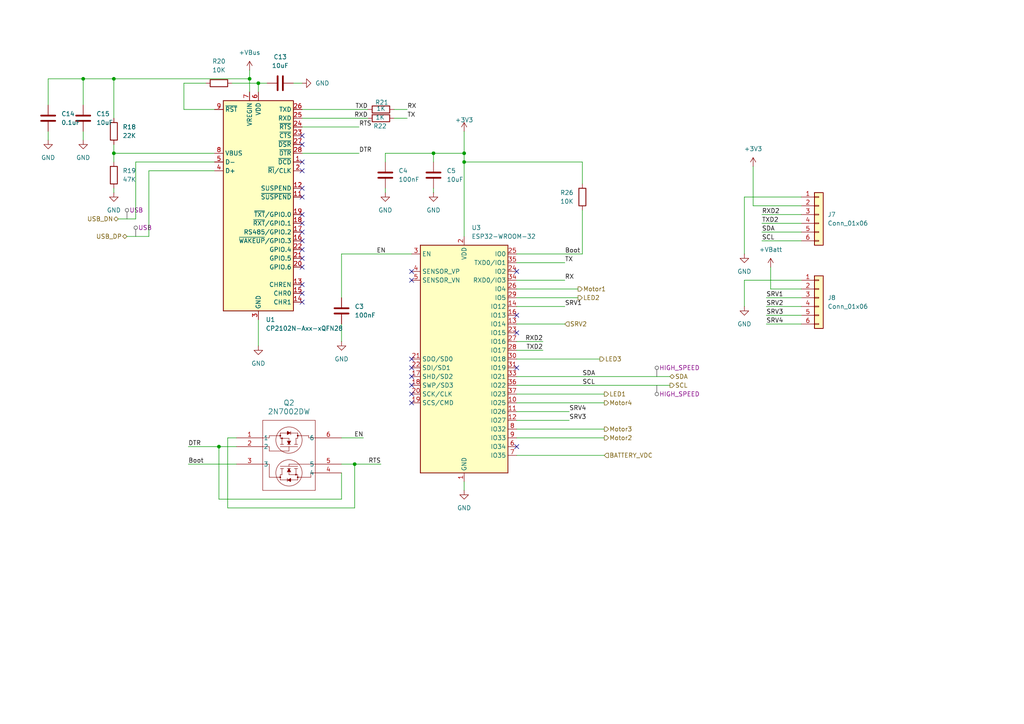
<source format=kicad_sch>
(kicad_sch
	(version 20250114)
	(generator "eeschema")
	(generator_version "9.0")
	(uuid "3b8e9514-a964-4b14-b2c4-0f90eb6f16a7")
	(paper "A4")
	(lib_symbols
		(symbol "2026-01-03_23-55-38:2N7002DW"
			(pin_names
				(offset 0.254)
			)
			(exclude_from_sim no)
			(in_bom yes)
			(on_board yes)
			(property "Reference" "Q"
				(at 0 12.954 0)
				(effects
					(font
						(size 1.524 1.524)
					)
				)
			)
			(property "Value" "2N7002DW"
				(at 0 10.16 0)
				(effects
					(font
						(size 1.524 1.524)
					)
				)
			)
			(property "Footprint" ""
				(at -12.7 8.89 0)
				(effects
					(font
						(size 1.27 1.27)
						(italic yes)
					)
					(hide yes)
				)
			)
			(property "Datasheet" ""
				(at -41.91 17.78 0)
				(effects
					(font
						(size 1.27 1.27)
						(italic yes)
					)
					(hide yes)
				)
			)
			(property "Description" ""
				(at 0 0 0)
				(effects
					(font
						(size 1.27 1.27)
					)
					(hide yes)
				)
			)
			(property "ki_locked" ""
				(at 0 0 0)
				(effects
					(font
						(size 1.27 1.27)
					)
				)
			)
			(property "ki_keywords" "2N7002DW"
				(at 0 0 0)
				(effects
					(font
						(size 1.27 1.27)
					)
					(hide yes)
				)
			)
			(property "ki_fp_filters" "SC-88/SC70-6/SOT-363_419B-02_ONS_OSI SC-88/SC70-6/SOT-363_419B-02_ONS_OSI-M SC-88/SC70-6/SOT-363_419B-02_ONS_OSI-L"
				(at 0 0 0)
				(effects
					(font
						(size 1.27 1.27)
					)
					(hide yes)
				)
			)
			(symbol "2N7002DW_0_1"
				(polyline
					(pts
						(xy -7.62 7.62) (xy -7.62 -12.7)
					)
					(stroke
						(width 0.127)
						(type default)
					)
					(fill
						(type none)
					)
				)
				(polyline
					(pts
						(xy -7.62 2.54) (xy -5.715 2.54)
					)
					(stroke
						(width 0.127)
						(type default)
					)
					(fill
						(type none)
					)
				)
				(polyline
					(pts
						(xy -7.62 0) (xy -5.715 0)
					)
					(stroke
						(width 0.127)
						(type default)
					)
					(fill
						(type none)
					)
				)
				(polyline
					(pts
						(xy -7.62 -5.08) (xy -5.715 -5.08)
					)
					(stroke
						(width 0.127)
						(type default)
					)
					(fill
						(type none)
					)
				)
				(polyline
					(pts
						(xy -7.62 -12.7) (xy 7.62 -12.7)
					)
					(stroke
						(width 0.127)
						(type default)
					)
					(fill
						(type none)
					)
				)
				(polyline
					(pts
						(xy -5.715 3.175) (xy -5.715 2.54)
					)
					(stroke
						(width 0.127)
						(type default)
					)
					(fill
						(type none)
					)
				)
				(polyline
					(pts
						(xy -5.715 3.175) (xy -2.54 3.175)
					)
					(stroke
						(width 0.127)
						(type default)
					)
					(fill
						(type none)
					)
				)
				(polyline
					(pts
						(xy -5.715 0) (xy -5.715 -1.27)
					)
					(stroke
						(width 0.127)
						(type default)
					)
					(fill
						(type none)
					)
				)
				(polyline
					(pts
						(xy -5.715 -1.27) (xy 0 -1.27)
					)
					(stroke
						(width 0.127)
						(type default)
					)
					(fill
						(type none)
					)
				)
				(polyline
					(pts
						(xy -5.715 -5.08) (xy -5.715 -8.89)
					)
					(stroke
						(width 0.127)
						(type default)
					)
					(fill
						(type none)
					)
				)
				(polyline
					(pts
						(xy -5.715 -8.89) (xy -2.54 -8.89)
					)
					(stroke
						(width 0.127)
						(type default)
					)
					(fill
						(type none)
					)
				)
				(polyline
					(pts
						(xy -2.54 3.937) (xy 2.54 3.937)
					)
					(stroke
						(width 0.127)
						(type default)
					)
					(fill
						(type none)
					)
				)
				(circle
					(center -2.54 3.175)
					(radius 0.127)
					(stroke
						(width 0.254)
						(type default)
					)
					(fill
						(type none)
					)
				)
				(polyline
					(pts
						(xy -2.54 2.413) (xy -2.54 3.937)
					)
					(stroke
						(width 0.127)
						(type default)
					)
					(fill
						(type none)
					)
				)
				(polyline
					(pts
						(xy -2.54 2.413) (xy 0 2.413)
					)
					(stroke
						(width 0.127)
						(type default)
					)
					(fill
						(type none)
					)
				)
				(polyline
					(pts
						(xy -2.54 0.635) (xy -1.524 0.635)
					)
					(stroke
						(width 0.127)
						(type default)
					)
					(fill
						(type none)
					)
				)
				(polyline
					(pts
						(xy -2.54 0) (xy 2.54 0)
					)
					(stroke
						(width 0.127)
						(type default)
					)
					(fill
						(type none)
					)
				)
				(polyline
					(pts
						(xy -2.54 -8.128) (xy -2.54 -9.652)
					)
					(stroke
						(width 0.127)
						(type default)
					)
					(fill
						(type none)
					)
				)
				(circle
					(center -2.54 -8.89)
					(radius 0.127)
					(stroke
						(width 0.254)
						(type default)
					)
					(fill
						(type none)
					)
				)
				(circle
					(center -2.032 2.413)
					(radius 0.127)
					(stroke
						(width 0.254)
						(type default)
					)
					(fill
						(type none)
					)
				)
				(polyline
					(pts
						(xy -2.032 0.635) (xy -2.032 2.413)
					)
					(stroke
						(width 0.127)
						(type default)
					)
					(fill
						(type none)
					)
				)
				(polyline
					(pts
						(xy -2.032 -6.35) (xy -2.032 -8.128)
					)
					(stroke
						(width 0.127)
						(type default)
					)
					(fill
						(type none)
					)
				)
				(polyline
					(pts
						(xy -2.032 -8.128) (xy -2.54 -8.128)
					)
					(stroke
						(width 0.127)
						(type default)
					)
					(fill
						(type none)
					)
				)
				(polyline
					(pts
						(xy -1.524 -6.35) (xy -2.54 -6.35)
					)
					(stroke
						(width 0.127)
						(type default)
					)
					(fill
						(type none)
					)
				)
				(polyline
					(pts
						(xy -0.508 3.429) (xy -0.508 4.445) (xy 0.508 3.937)
					)
					(stroke
						(width 0)
						(type default)
					)
					(fill
						(type outline)
					)
				)
				(polyline
					(pts
						(xy -0.508 1.651) (xy 0 0.635) (xy 0.508 1.651)
					)
					(stroke
						(width 0)
						(type default)
					)
					(fill
						(type outline)
					)
				)
				(polyline
					(pts
						(xy -0.508 0.635) (xy 0.508 0.635)
					)
					(stroke
						(width 0.127)
						(type default)
					)
					(fill
						(type none)
					)
				)
				(polyline
					(pts
						(xy -0.508 -9.144) (xy -0.508 -10.16)
					)
					(stroke
						(width 0.127)
						(type default)
					)
					(fill
						(type none)
					)
				)
				(circle
					(center 0 1.905)
					(radius 3.81)
					(stroke
						(width 0.127)
						(type default)
					)
					(fill
						(type none)
					)
				)
				(polyline
					(pts
						(xy 0 0.635) (xy 0 2.413)
					)
					(stroke
						(width 0.127)
						(type default)
					)
					(fill
						(type none)
					)
				)
				(polyline
					(pts
						(xy 0 0) (xy 0 -1.27)
					)
					(stroke
						(width 0.127)
						(type default)
					)
					(fill
						(type none)
					)
				)
				(polyline
					(pts
						(xy 0 -5.715) (xy 0 -5.08)
					)
					(stroke
						(width 0.127)
						(type default)
					)
					(fill
						(type none)
					)
				)
				(polyline
					(pts
						(xy 0 -6.35) (xy 0 -8.128)
					)
					(stroke
						(width 0.127)
						(type default)
					)
					(fill
						(type none)
					)
				)
				(circle
					(center 0 -7.62)
					(radius 3.81)
					(stroke
						(width 0.127)
						(type default)
					)
					(fill
						(type none)
					)
				)
				(polyline
					(pts
						(xy 0.508 3.429) (xy 0.508 4.445)
					)
					(stroke
						(width 0.127)
						(type default)
					)
					(fill
						(type none)
					)
				)
				(polyline
					(pts
						(xy 0.508 -6.35) (xy -0.508 -6.35)
					)
					(stroke
						(width 0.127)
						(type default)
					)
					(fill
						(type none)
					)
				)
				(polyline
					(pts
						(xy 0.508 -7.366) (xy 0 -6.35) (xy -0.508 -7.366)
					)
					(stroke
						(width 0)
						(type default)
					)
					(fill
						(type outline)
					)
				)
				(polyline
					(pts
						(xy 0.508 -9.144) (xy 0.508 -10.16) (xy -0.508 -9.652)
					)
					(stroke
						(width 0)
						(type default)
					)
					(fill
						(type outline)
					)
				)
				(polyline
					(pts
						(xy 1.524 0.635) (xy 2.54 0.635)
					)
					(stroke
						(width 0.127)
						(type default)
					)
					(fill
						(type none)
					)
				)
				(polyline
					(pts
						(xy 2.032 2.413) (xy 2.54 2.413)
					)
					(stroke
						(width 0.127)
						(type default)
					)
					(fill
						(type none)
					)
				)
				(polyline
					(pts
						(xy 2.032 0.635) (xy 2.032 2.413)
					)
					(stroke
						(width 0.127)
						(type default)
					)
					(fill
						(type none)
					)
				)
				(polyline
					(pts
						(xy 2.032 -6.35) (xy 2.032 -8.128)
					)
					(stroke
						(width 0.127)
						(type default)
					)
					(fill
						(type none)
					)
				)
				(circle
					(center 2.032 -8.128)
					(radius 0.127)
					(stroke
						(width 0.254)
						(type default)
					)
					(fill
						(type none)
					)
				)
				(polyline
					(pts
						(xy 2.54 3.175) (xy 5.715 3.175)
					)
					(stroke
						(width 0.127)
						(type default)
					)
					(fill
						(type none)
					)
				)
				(circle
					(center 2.54 3.175)
					(radius 0.127)
					(stroke
						(width 0.254)
						(type default)
					)
					(fill
						(type none)
					)
				)
				(polyline
					(pts
						(xy 2.54 2.413) (xy 2.54 3.937)
					)
					(stroke
						(width 0.127)
						(type default)
					)
					(fill
						(type none)
					)
				)
				(polyline
					(pts
						(xy 2.54 -5.715) (xy -2.54 -5.715)
					)
					(stroke
						(width 0.127)
						(type default)
					)
					(fill
						(type none)
					)
				)
				(polyline
					(pts
						(xy 2.54 -6.35) (xy 1.524 -6.35)
					)
					(stroke
						(width 0.127)
						(type default)
					)
					(fill
						(type none)
					)
				)
				(polyline
					(pts
						(xy 2.54 -8.128) (xy 0 -8.128)
					)
					(stroke
						(width 0.127)
						(type default)
					)
					(fill
						(type none)
					)
				)
				(polyline
					(pts
						(xy 2.54 -8.128) (xy 2.54 -9.652)
					)
					(stroke
						(width 0.127)
						(type default)
					)
					(fill
						(type none)
					)
				)
				(polyline
					(pts
						(xy 2.54 -8.89) (xy 6.35 -8.89)
					)
					(stroke
						(width 0.127)
						(type default)
					)
					(fill
						(type none)
					)
				)
				(circle
					(center 2.54 -8.89)
					(radius 0.127)
					(stroke
						(width 0.254)
						(type default)
					)
					(fill
						(type none)
					)
				)
				(polyline
					(pts
						(xy 2.54 -9.652) (xy -2.54 -9.652)
					)
					(stroke
						(width 0.127)
						(type default)
					)
					(fill
						(type none)
					)
				)
				(polyline
					(pts
						(xy 5.715 3.175) (xy 5.715 2.54)
					)
					(stroke
						(width 0.127)
						(type default)
					)
					(fill
						(type none)
					)
				)
				(polyline
					(pts
						(xy 6.35 -7.62) (xy 6.35 -8.89)
					)
					(stroke
						(width 0.127)
						(type default)
					)
					(fill
						(type none)
					)
				)
				(polyline
					(pts
						(xy 6.35 -7.62) (xy 7.62 -7.62)
					)
					(stroke
						(width 0.127)
						(type default)
					)
					(fill
						(type none)
					)
				)
				(polyline
					(pts
						(xy 7.62 7.62) (xy -7.62 7.62)
					)
					(stroke
						(width 0.127)
						(type default)
					)
					(fill
						(type none)
					)
				)
				(polyline
					(pts
						(xy 7.62 2.54) (xy 5.715 2.54)
					)
					(stroke
						(width 0.127)
						(type default)
					)
					(fill
						(type none)
					)
				)
				(polyline
					(pts
						(xy 7.62 -5.08) (xy 0 -5.08)
					)
					(stroke
						(width 0.127)
						(type default)
					)
					(fill
						(type none)
					)
				)
				(polyline
					(pts
						(xy 7.62 -12.7) (xy 7.62 7.62)
					)
					(stroke
						(width 0.127)
						(type default)
					)
					(fill
						(type none)
					)
				)
			)
			(symbol "2N7002DW_1_1"
				(pin passive line
					(at -15.24 2.54 0)
					(length 7.62)
					(name "1"
						(effects
							(font
								(size 1.27 1.27)
							)
						)
					)
					(number "1"
						(effects
							(font
								(size 1.27 1.27)
							)
						)
					)
				)
				(pin passive line
					(at -15.24 0 0)
					(length 7.62)
					(name "2"
						(effects
							(font
								(size 1.27 1.27)
							)
						)
					)
					(number "2"
						(effects
							(font
								(size 1.27 1.27)
							)
						)
					)
				)
				(pin passive line
					(at -15.24 -5.08 0)
					(length 7.62)
					(name "3"
						(effects
							(font
								(size 1.27 1.27)
							)
						)
					)
					(number "3"
						(effects
							(font
								(size 1.27 1.27)
							)
						)
					)
				)
				(pin passive line
					(at 15.24 2.54 180)
					(length 7.62)
					(name "6"
						(effects
							(font
								(size 1.27 1.27)
							)
						)
					)
					(number "6"
						(effects
							(font
								(size 1.27 1.27)
							)
						)
					)
				)
				(pin passive line
					(at 15.24 -5.08 180)
					(length 7.62)
					(name "5"
						(effects
							(font
								(size 1.27 1.27)
							)
						)
					)
					(number "5"
						(effects
							(font
								(size 1.27 1.27)
							)
						)
					)
				)
				(pin passive line
					(at 15.24 -7.62 180)
					(length 7.62)
					(name "4"
						(effects
							(font
								(size 1.27 1.27)
							)
						)
					)
					(number "4"
						(effects
							(font
								(size 1.27 1.27)
							)
						)
					)
				)
			)
			(embedded_fonts no)
		)
		(symbol "Connector_Generic:Conn_01x06"
			(pin_names
				(offset 1.016)
				(hide yes)
			)
			(exclude_from_sim no)
			(in_bom yes)
			(on_board yes)
			(property "Reference" "J"
				(at 0 7.62 0)
				(effects
					(font
						(size 1.27 1.27)
					)
				)
			)
			(property "Value" "Conn_01x06"
				(at 0 -10.16 0)
				(effects
					(font
						(size 1.27 1.27)
					)
				)
			)
			(property "Footprint" ""
				(at 0 0 0)
				(effects
					(font
						(size 1.27 1.27)
					)
					(hide yes)
				)
			)
			(property "Datasheet" "~"
				(at 0 0 0)
				(effects
					(font
						(size 1.27 1.27)
					)
					(hide yes)
				)
			)
			(property "Description" "Generic connector, single row, 01x06, script generated (kicad-library-utils/schlib/autogen/connector/)"
				(at 0 0 0)
				(effects
					(font
						(size 1.27 1.27)
					)
					(hide yes)
				)
			)
			(property "ki_keywords" "connector"
				(at 0 0 0)
				(effects
					(font
						(size 1.27 1.27)
					)
					(hide yes)
				)
			)
			(property "ki_fp_filters" "Connector*:*_1x??_*"
				(at 0 0 0)
				(effects
					(font
						(size 1.27 1.27)
					)
					(hide yes)
				)
			)
			(symbol "Conn_01x06_1_1"
				(rectangle
					(start -1.27 6.35)
					(end 1.27 -8.89)
					(stroke
						(width 0.254)
						(type default)
					)
					(fill
						(type background)
					)
				)
				(rectangle
					(start -1.27 5.207)
					(end 0 4.953)
					(stroke
						(width 0.1524)
						(type default)
					)
					(fill
						(type none)
					)
				)
				(rectangle
					(start -1.27 2.667)
					(end 0 2.413)
					(stroke
						(width 0.1524)
						(type default)
					)
					(fill
						(type none)
					)
				)
				(rectangle
					(start -1.27 0.127)
					(end 0 -0.127)
					(stroke
						(width 0.1524)
						(type default)
					)
					(fill
						(type none)
					)
				)
				(rectangle
					(start -1.27 -2.413)
					(end 0 -2.667)
					(stroke
						(width 0.1524)
						(type default)
					)
					(fill
						(type none)
					)
				)
				(rectangle
					(start -1.27 -4.953)
					(end 0 -5.207)
					(stroke
						(width 0.1524)
						(type default)
					)
					(fill
						(type none)
					)
				)
				(rectangle
					(start -1.27 -7.493)
					(end 0 -7.747)
					(stroke
						(width 0.1524)
						(type default)
					)
					(fill
						(type none)
					)
				)
				(pin passive line
					(at -5.08 5.08 0)
					(length 3.81)
					(name "Pin_1"
						(effects
							(font
								(size 1.27 1.27)
							)
						)
					)
					(number "1"
						(effects
							(font
								(size 1.27 1.27)
							)
						)
					)
				)
				(pin passive line
					(at -5.08 2.54 0)
					(length 3.81)
					(name "Pin_2"
						(effects
							(font
								(size 1.27 1.27)
							)
						)
					)
					(number "2"
						(effects
							(font
								(size 1.27 1.27)
							)
						)
					)
				)
				(pin passive line
					(at -5.08 0 0)
					(length 3.81)
					(name "Pin_3"
						(effects
							(font
								(size 1.27 1.27)
							)
						)
					)
					(number "3"
						(effects
							(font
								(size 1.27 1.27)
							)
						)
					)
				)
				(pin passive line
					(at -5.08 -2.54 0)
					(length 3.81)
					(name "Pin_4"
						(effects
							(font
								(size 1.27 1.27)
							)
						)
					)
					(number "4"
						(effects
							(font
								(size 1.27 1.27)
							)
						)
					)
				)
				(pin passive line
					(at -5.08 -5.08 0)
					(length 3.81)
					(name "Pin_5"
						(effects
							(font
								(size 1.27 1.27)
							)
						)
					)
					(number "5"
						(effects
							(font
								(size 1.27 1.27)
							)
						)
					)
				)
				(pin passive line
					(at -5.08 -7.62 0)
					(length 3.81)
					(name "Pin_6"
						(effects
							(font
								(size 1.27 1.27)
							)
						)
					)
					(number "6"
						(effects
							(font
								(size 1.27 1.27)
							)
						)
					)
				)
			)
			(embedded_fonts no)
		)
		(symbol "Device:C"
			(pin_numbers
				(hide yes)
			)
			(pin_names
				(offset 0.254)
			)
			(exclude_from_sim no)
			(in_bom yes)
			(on_board yes)
			(property "Reference" "C"
				(at 0.635 2.54 0)
				(effects
					(font
						(size 1.27 1.27)
					)
					(justify left)
				)
			)
			(property "Value" "C"
				(at 0.635 -2.54 0)
				(effects
					(font
						(size 1.27 1.27)
					)
					(justify left)
				)
			)
			(property "Footprint" ""
				(at 0.9652 -3.81 0)
				(effects
					(font
						(size 1.27 1.27)
					)
					(hide yes)
				)
			)
			(property "Datasheet" "~"
				(at 0 0 0)
				(effects
					(font
						(size 1.27 1.27)
					)
					(hide yes)
				)
			)
			(property "Description" "Unpolarized capacitor"
				(at 0 0 0)
				(effects
					(font
						(size 1.27 1.27)
					)
					(hide yes)
				)
			)
			(property "ki_keywords" "cap capacitor"
				(at 0 0 0)
				(effects
					(font
						(size 1.27 1.27)
					)
					(hide yes)
				)
			)
			(property "ki_fp_filters" "C_*"
				(at 0 0 0)
				(effects
					(font
						(size 1.27 1.27)
					)
					(hide yes)
				)
			)
			(symbol "C_0_1"
				(polyline
					(pts
						(xy -2.032 0.762) (xy 2.032 0.762)
					)
					(stroke
						(width 0.508)
						(type default)
					)
					(fill
						(type none)
					)
				)
				(polyline
					(pts
						(xy -2.032 -0.762) (xy 2.032 -0.762)
					)
					(stroke
						(width 0.508)
						(type default)
					)
					(fill
						(type none)
					)
				)
			)
			(symbol "C_1_1"
				(pin passive line
					(at 0 3.81 270)
					(length 2.794)
					(name "~"
						(effects
							(font
								(size 1.27 1.27)
							)
						)
					)
					(number "1"
						(effects
							(font
								(size 1.27 1.27)
							)
						)
					)
				)
				(pin passive line
					(at 0 -3.81 90)
					(length 2.794)
					(name "~"
						(effects
							(font
								(size 1.27 1.27)
							)
						)
					)
					(number "2"
						(effects
							(font
								(size 1.27 1.27)
							)
						)
					)
				)
			)
			(embedded_fonts no)
		)
		(symbol "Device:R"
			(pin_numbers
				(hide yes)
			)
			(pin_names
				(offset 0)
			)
			(exclude_from_sim no)
			(in_bom yes)
			(on_board yes)
			(property "Reference" "R"
				(at 2.032 0 90)
				(effects
					(font
						(size 1.27 1.27)
					)
				)
			)
			(property "Value" "R"
				(at 0 0 90)
				(effects
					(font
						(size 1.27 1.27)
					)
				)
			)
			(property "Footprint" ""
				(at -1.778 0 90)
				(effects
					(font
						(size 1.27 1.27)
					)
					(hide yes)
				)
			)
			(property "Datasheet" "~"
				(at 0 0 0)
				(effects
					(font
						(size 1.27 1.27)
					)
					(hide yes)
				)
			)
			(property "Description" "Resistor"
				(at 0 0 0)
				(effects
					(font
						(size 1.27 1.27)
					)
					(hide yes)
				)
			)
			(property "ki_keywords" "R res resistor"
				(at 0 0 0)
				(effects
					(font
						(size 1.27 1.27)
					)
					(hide yes)
				)
			)
			(property "ki_fp_filters" "R_*"
				(at 0 0 0)
				(effects
					(font
						(size 1.27 1.27)
					)
					(hide yes)
				)
			)
			(symbol "R_0_1"
				(rectangle
					(start -1.016 -2.54)
					(end 1.016 2.54)
					(stroke
						(width 0.254)
						(type default)
					)
					(fill
						(type none)
					)
				)
			)
			(symbol "R_1_1"
				(pin passive line
					(at 0 3.81 270)
					(length 1.27)
					(name "~"
						(effects
							(font
								(size 1.27 1.27)
							)
						)
					)
					(number "1"
						(effects
							(font
								(size 1.27 1.27)
							)
						)
					)
				)
				(pin passive line
					(at 0 -3.81 90)
					(length 1.27)
					(name "~"
						(effects
							(font
								(size 1.27 1.27)
							)
						)
					)
					(number "2"
						(effects
							(font
								(size 1.27 1.27)
							)
						)
					)
				)
			)
			(embedded_fonts no)
		)
		(symbol "Interface_USB:CP2102N-Axx-xQFN28"
			(exclude_from_sim no)
			(in_bom yes)
			(on_board yes)
			(property "Reference" "U1"
				(at 2.1433 -33.02 0)
				(effects
					(font
						(size 1.27 1.27)
					)
					(justify left)
				)
			)
			(property "Value" "CP2102N-Axx-xQFN28"
				(at 2.1433 -35.56 0)
				(effects
					(font
						(size 1.27 1.27)
					)
					(justify left)
				)
			)
			(property "Footprint" "Package_DFN_QFN:QFN-28-1EP_5x5mm_P0.5mm_EP3.35x3.35mm"
				(at 33.02 -31.75 0)
				(effects
					(font
						(size 1.27 1.27)
					)
					(hide yes)
				)
			)
			(property "Datasheet" "https://www.silabs.com/documents/public/data-sheets/cp2102n-datasheet.pdf"
				(at 1.27 -19.05 0)
				(effects
					(font
						(size 1.27 1.27)
					)
					(hide yes)
				)
			)
			(property "Description" "USB to UART master bridge, QFN-28"
				(at 0 0 0)
				(effects
					(font
						(size 1.27 1.27)
					)
					(hide yes)
				)
			)
			(property "ki_keywords" "USB UART bridge"
				(at 0 0 0)
				(effects
					(font
						(size 1.27 1.27)
					)
					(hide yes)
				)
			)
			(property "ki_fp_filters" "QFN*1EP*5x5mm*P0.5mm*"
				(at 0 0 0)
				(effects
					(font
						(size 1.27 1.27)
					)
					(hide yes)
				)
			)
			(symbol "CP2102N-Axx-xQFN28_0_1"
				(rectangle
					(start -10.16 30.48)
					(end 10.16 -30.48)
					(stroke
						(width 0.254)
						(type default)
					)
					(fill
						(type background)
					)
				)
			)
			(symbol "CP2102N-Axx-xQFN28_1_1"
				(pin input line
					(at -12.7 27.94 0)
					(length 2.54)
					(name "~{RST}"
						(effects
							(font
								(size 1.27 1.27)
							)
						)
					)
					(number "9"
						(effects
							(font
								(size 1.27 1.27)
							)
						)
					)
				)
				(pin input line
					(at -12.7 15.24 0)
					(length 2.54)
					(name "VBUS"
						(effects
							(font
								(size 1.27 1.27)
							)
						)
					)
					(number "8"
						(effects
							(font
								(size 1.27 1.27)
							)
						)
					)
				)
				(pin bidirectional line
					(at -12.7 12.7 0)
					(length 2.54)
					(name "D-"
						(effects
							(font
								(size 1.27 1.27)
							)
						)
					)
					(number "5"
						(effects
							(font
								(size 1.27 1.27)
							)
						)
					)
				)
				(pin bidirectional line
					(at -12.7 10.16 0)
					(length 2.54)
					(name "D+"
						(effects
							(font
								(size 1.27 1.27)
							)
						)
					)
					(number "4"
						(effects
							(font
								(size 1.27 1.27)
							)
						)
					)
				)
				(pin no_connect line
					(at -10.16 -27.94 0)
					(length 2.54)
					(hide yes)
					(name "NC"
						(effects
							(font
								(size 1.27 1.27)
							)
						)
					)
					(number "10"
						(effects
							(font
								(size 1.27 1.27)
							)
						)
					)
				)
				(pin power_in line
					(at -2.54 33.02 270)
					(length 2.54)
					(name "VREGIN"
						(effects
							(font
								(size 1.27 1.27)
							)
						)
					)
					(number "7"
						(effects
							(font
								(size 1.27 1.27)
							)
						)
					)
				)
				(pin power_out line
					(at 0 33.02 270)
					(length 2.54)
					(name "VDD"
						(effects
							(font
								(size 1.27 1.27)
							)
						)
					)
					(number "6"
						(effects
							(font
								(size 1.27 1.27)
							)
						)
					)
				)
				(pin passive line
					(at 0 -33.02 90)
					(length 2.54)
					(hide yes)
					(name "GND"
						(effects
							(font
								(size 1.27 1.27)
							)
						)
					)
					(number "29"
						(effects
							(font
								(size 1.27 1.27)
							)
						)
					)
				)
				(pin power_in line
					(at 0 -33.02 90)
					(length 2.54)
					(name "GND"
						(effects
							(font
								(size 1.27 1.27)
							)
						)
					)
					(number "3"
						(effects
							(font
								(size 1.27 1.27)
							)
						)
					)
				)
				(pin output line
					(at 12.7 27.94 180)
					(length 2.54)
					(name "TXD"
						(effects
							(font
								(size 1.27 1.27)
							)
						)
					)
					(number "26"
						(effects
							(font
								(size 1.27 1.27)
							)
						)
					)
				)
				(pin input line
					(at 12.7 25.4 180)
					(length 2.54)
					(name "RXD"
						(effects
							(font
								(size 1.27 1.27)
							)
						)
					)
					(number "25"
						(effects
							(font
								(size 1.27 1.27)
							)
						)
					)
				)
				(pin output line
					(at 12.7 22.86 180)
					(length 2.54)
					(name "~{RTS}"
						(effects
							(font
								(size 1.27 1.27)
							)
						)
					)
					(number "24"
						(effects
							(font
								(size 1.27 1.27)
							)
						)
					)
				)
				(pin input line
					(at 12.7 20.32 180)
					(length 2.54)
					(name "~{CTS}"
						(effects
							(font
								(size 1.27 1.27)
							)
						)
					)
					(number "23"
						(effects
							(font
								(size 1.27 1.27)
							)
						)
					)
				)
				(pin input line
					(at 12.7 17.78 180)
					(length 2.54)
					(name "~{DSR}"
						(effects
							(font
								(size 1.27 1.27)
							)
						)
					)
					(number "27"
						(effects
							(font
								(size 1.27 1.27)
							)
						)
					)
				)
				(pin output line
					(at 12.7 15.24 180)
					(length 2.54)
					(name "~{DTR}"
						(effects
							(font
								(size 1.27 1.27)
							)
						)
					)
					(number "28"
						(effects
							(font
								(size 1.27 1.27)
							)
						)
					)
				)
				(pin input line
					(at 12.7 12.7 180)
					(length 2.54)
					(name "~{DCD}"
						(effects
							(font
								(size 1.27 1.27)
							)
						)
					)
					(number "1"
						(effects
							(font
								(size 1.27 1.27)
							)
						)
					)
				)
				(pin bidirectional line
					(at 12.7 10.16 180)
					(length 2.54)
					(name "~{RI}/CLK"
						(effects
							(font
								(size 1.27 1.27)
							)
						)
					)
					(number "2"
						(effects
							(font
								(size 1.27 1.27)
							)
						)
					)
				)
				(pin output line
					(at 12.7 5.08 180)
					(length 2.54)
					(name "SUSPEND"
						(effects
							(font
								(size 1.27 1.27)
							)
						)
					)
					(number "12"
						(effects
							(font
								(size 1.27 1.27)
							)
						)
					)
				)
				(pin output line
					(at 12.7 2.54 180)
					(length 2.54)
					(name "~{SUSPEND}"
						(effects
							(font
								(size 1.27 1.27)
							)
						)
					)
					(number "11"
						(effects
							(font
								(size 1.27 1.27)
							)
						)
					)
				)
				(pin bidirectional line
					(at 12.7 -2.54 180)
					(length 2.54)
					(name "~{TXT}/GPIO.0"
						(effects
							(font
								(size 1.27 1.27)
							)
						)
					)
					(number "19"
						(effects
							(font
								(size 1.27 1.27)
							)
						)
					)
				)
				(pin bidirectional line
					(at 12.7 -5.08 180)
					(length 2.54)
					(name "~{RXT}/GPIO.1"
						(effects
							(font
								(size 1.27 1.27)
							)
						)
					)
					(number "18"
						(effects
							(font
								(size 1.27 1.27)
							)
						)
					)
				)
				(pin bidirectional line
					(at 12.7 -7.62 180)
					(length 2.54)
					(name "RS485/GPIO.2"
						(effects
							(font
								(size 1.27 1.27)
							)
						)
					)
					(number "17"
						(effects
							(font
								(size 1.27 1.27)
							)
						)
					)
				)
				(pin bidirectional line
					(at 12.7 -10.16 180)
					(length 2.54)
					(name "~{WAKEUP}/GPIO.3"
						(effects
							(font
								(size 1.27 1.27)
							)
						)
					)
					(number "16"
						(effects
							(font
								(size 1.27 1.27)
							)
						)
					)
				)
				(pin bidirectional line
					(at 12.7 -12.7 180)
					(length 2.54)
					(name "GPIO.4"
						(effects
							(font
								(size 1.27 1.27)
							)
						)
					)
					(number "22"
						(effects
							(font
								(size 1.27 1.27)
							)
						)
					)
				)
				(pin bidirectional line
					(at 12.7 -15.24 180)
					(length 2.54)
					(name "GPIO.5"
						(effects
							(font
								(size 1.27 1.27)
							)
						)
					)
					(number "21"
						(effects
							(font
								(size 1.27 1.27)
							)
						)
					)
				)
				(pin bidirectional line
					(at 12.7 -17.78 180)
					(length 2.54)
					(name "GPIO.6"
						(effects
							(font
								(size 1.27 1.27)
							)
						)
					)
					(number "20"
						(effects
							(font
								(size 1.27 1.27)
							)
						)
					)
				)
				(pin output line
					(at 12.7 -22.86 180)
					(length 2.54)
					(name "CHREN"
						(effects
							(font
								(size 1.27 1.27)
							)
						)
					)
					(number "13"
						(effects
							(font
								(size 1.27 1.27)
							)
						)
					)
				)
				(pin output line
					(at 12.7 -25.4 180)
					(length 2.54)
					(name "CHR0"
						(effects
							(font
								(size 1.27 1.27)
							)
						)
					)
					(number "15"
						(effects
							(font
								(size 1.27 1.27)
							)
						)
					)
				)
				(pin output line
					(at 12.7 -27.94 180)
					(length 2.54)
					(name "CHR1"
						(effects
							(font
								(size 1.27 1.27)
							)
						)
					)
					(number "14"
						(effects
							(font
								(size 1.27 1.27)
							)
						)
					)
				)
			)
			(embedded_fonts no)
		)
		(symbol "RF_Module:ESP32-WROOM-32"
			(exclude_from_sim no)
			(in_bom yes)
			(on_board yes)
			(property "Reference" "U"
				(at -12.7 34.29 0)
				(effects
					(font
						(size 1.27 1.27)
					)
					(justify left)
				)
			)
			(property "Value" "ESP32-WROOM-32"
				(at 1.27 34.29 0)
				(effects
					(font
						(size 1.27 1.27)
					)
					(justify left)
				)
			)
			(property "Footprint" "RF_Module:ESP32-WROOM-32"
				(at 0 -38.1 0)
				(effects
					(font
						(size 1.27 1.27)
					)
					(hide yes)
				)
			)
			(property "Datasheet" "https://www.espressif.com/sites/default/files/documentation/esp32-wroom-32_datasheet_en.pdf"
				(at -7.62 1.27 0)
				(effects
					(font
						(size 1.27 1.27)
					)
					(hide yes)
				)
			)
			(property "Description" "RF Module, ESP32-D0WDQ6 SoC, Wi-Fi 802.11b/g/n, Bluetooth, BLE, 32-bit, 2.7-3.6V, onboard antenna, SMD"
				(at 0 0 0)
				(effects
					(font
						(size 1.27 1.27)
					)
					(hide yes)
				)
			)
			(property "ki_keywords" "RF Radio BT ESP ESP32 Espressif onboard PCB antenna"
				(at 0 0 0)
				(effects
					(font
						(size 1.27 1.27)
					)
					(hide yes)
				)
			)
			(property "ki_fp_filters" "ESP32?WROOM?32*"
				(at 0 0 0)
				(effects
					(font
						(size 1.27 1.27)
					)
					(hide yes)
				)
			)
			(symbol "ESP32-WROOM-32_0_1"
				(rectangle
					(start -12.7 33.02)
					(end 12.7 -33.02)
					(stroke
						(width 0.254)
						(type default)
					)
					(fill
						(type background)
					)
				)
			)
			(symbol "ESP32-WROOM-32_1_1"
				(pin input line
					(at -15.24 30.48 0)
					(length 2.54)
					(name "EN"
						(effects
							(font
								(size 1.27 1.27)
							)
						)
					)
					(number "3"
						(effects
							(font
								(size 1.27 1.27)
							)
						)
					)
				)
				(pin input line
					(at -15.24 25.4 0)
					(length 2.54)
					(name "SENSOR_VP"
						(effects
							(font
								(size 1.27 1.27)
							)
						)
					)
					(number "4"
						(effects
							(font
								(size 1.27 1.27)
							)
						)
					)
				)
				(pin input line
					(at -15.24 22.86 0)
					(length 2.54)
					(name "SENSOR_VN"
						(effects
							(font
								(size 1.27 1.27)
							)
						)
					)
					(number "5"
						(effects
							(font
								(size 1.27 1.27)
							)
						)
					)
				)
				(pin bidirectional line
					(at -15.24 0 0)
					(length 2.54)
					(name "SDO/SD0"
						(effects
							(font
								(size 1.27 1.27)
							)
						)
					)
					(number "21"
						(effects
							(font
								(size 1.27 1.27)
							)
						)
					)
				)
				(pin bidirectional line
					(at -15.24 -2.54 0)
					(length 2.54)
					(name "SDI/SD1"
						(effects
							(font
								(size 1.27 1.27)
							)
						)
					)
					(number "22"
						(effects
							(font
								(size 1.27 1.27)
							)
						)
					)
				)
				(pin bidirectional line
					(at -15.24 -5.08 0)
					(length 2.54)
					(name "SHD/SD2"
						(effects
							(font
								(size 1.27 1.27)
							)
						)
					)
					(number "17"
						(effects
							(font
								(size 1.27 1.27)
							)
						)
					)
				)
				(pin bidirectional line
					(at -15.24 -7.62 0)
					(length 2.54)
					(name "SWP/SD3"
						(effects
							(font
								(size 1.27 1.27)
							)
						)
					)
					(number "18"
						(effects
							(font
								(size 1.27 1.27)
							)
						)
					)
				)
				(pin bidirectional line
					(at -15.24 -10.16 0)
					(length 2.54)
					(name "SCK/CLK"
						(effects
							(font
								(size 1.27 1.27)
							)
						)
					)
					(number "20"
						(effects
							(font
								(size 1.27 1.27)
							)
						)
					)
				)
				(pin bidirectional line
					(at -15.24 -12.7 0)
					(length 2.54)
					(name "SCS/CMD"
						(effects
							(font
								(size 1.27 1.27)
							)
						)
					)
					(number "19"
						(effects
							(font
								(size 1.27 1.27)
							)
						)
					)
				)
				(pin no_connect line
					(at -12.7 -27.94 0)
					(length 2.54)
					(hide yes)
					(name "NC"
						(effects
							(font
								(size 1.27 1.27)
							)
						)
					)
					(number "32"
						(effects
							(font
								(size 1.27 1.27)
							)
						)
					)
				)
				(pin power_in line
					(at 0 35.56 270)
					(length 2.54)
					(name "VDD"
						(effects
							(font
								(size 1.27 1.27)
							)
						)
					)
					(number "2"
						(effects
							(font
								(size 1.27 1.27)
							)
						)
					)
				)
				(pin power_in line
					(at 0 -35.56 90)
					(length 2.54)
					(name "GND"
						(effects
							(font
								(size 1.27 1.27)
							)
						)
					)
					(number "1"
						(effects
							(font
								(size 1.27 1.27)
							)
						)
					)
				)
				(pin passive line
					(at 0 -35.56 90)
					(length 2.54)
					(hide yes)
					(name "GND"
						(effects
							(font
								(size 1.27 1.27)
							)
						)
					)
					(number "15"
						(effects
							(font
								(size 1.27 1.27)
							)
						)
					)
				)
				(pin passive line
					(at 0 -35.56 90)
					(length 2.54)
					(hide yes)
					(name "GND"
						(effects
							(font
								(size 1.27 1.27)
							)
						)
					)
					(number "38"
						(effects
							(font
								(size 1.27 1.27)
							)
						)
					)
				)
				(pin passive line
					(at 0 -35.56 90)
					(length 2.54)
					(hide yes)
					(name "GND"
						(effects
							(font
								(size 1.27 1.27)
							)
						)
					)
					(number "39"
						(effects
							(font
								(size 1.27 1.27)
							)
						)
					)
				)
				(pin bidirectional line
					(at 15.24 30.48 180)
					(length 2.54)
					(name "IO0"
						(effects
							(font
								(size 1.27 1.27)
							)
						)
					)
					(number "25"
						(effects
							(font
								(size 1.27 1.27)
							)
						)
					)
				)
				(pin bidirectional line
					(at 15.24 27.94 180)
					(length 2.54)
					(name "TXD0/IO1"
						(effects
							(font
								(size 1.27 1.27)
							)
						)
					)
					(number "35"
						(effects
							(font
								(size 1.27 1.27)
							)
						)
					)
				)
				(pin bidirectional line
					(at 15.24 25.4 180)
					(length 2.54)
					(name "IO2"
						(effects
							(font
								(size 1.27 1.27)
							)
						)
					)
					(number "24"
						(effects
							(font
								(size 1.27 1.27)
							)
						)
					)
				)
				(pin bidirectional line
					(at 15.24 22.86 180)
					(length 2.54)
					(name "RXD0/IO3"
						(effects
							(font
								(size 1.27 1.27)
							)
						)
					)
					(number "34"
						(effects
							(font
								(size 1.27 1.27)
							)
						)
					)
				)
				(pin bidirectional line
					(at 15.24 20.32 180)
					(length 2.54)
					(name "IO4"
						(effects
							(font
								(size 1.27 1.27)
							)
						)
					)
					(number "26"
						(effects
							(font
								(size 1.27 1.27)
							)
						)
					)
				)
				(pin bidirectional line
					(at 15.24 17.78 180)
					(length 2.54)
					(name "IO5"
						(effects
							(font
								(size 1.27 1.27)
							)
						)
					)
					(number "29"
						(effects
							(font
								(size 1.27 1.27)
							)
						)
					)
				)
				(pin bidirectional line
					(at 15.24 15.24 180)
					(length 2.54)
					(name "IO12"
						(effects
							(font
								(size 1.27 1.27)
							)
						)
					)
					(number "14"
						(effects
							(font
								(size 1.27 1.27)
							)
						)
					)
				)
				(pin bidirectional line
					(at 15.24 12.7 180)
					(length 2.54)
					(name "IO13"
						(effects
							(font
								(size 1.27 1.27)
							)
						)
					)
					(number "16"
						(effects
							(font
								(size 1.27 1.27)
							)
						)
					)
				)
				(pin bidirectional line
					(at 15.24 10.16 180)
					(length 2.54)
					(name "IO14"
						(effects
							(font
								(size 1.27 1.27)
							)
						)
					)
					(number "13"
						(effects
							(font
								(size 1.27 1.27)
							)
						)
					)
				)
				(pin bidirectional line
					(at 15.24 7.62 180)
					(length 2.54)
					(name "IO15"
						(effects
							(font
								(size 1.27 1.27)
							)
						)
					)
					(number "23"
						(effects
							(font
								(size 1.27 1.27)
							)
						)
					)
				)
				(pin bidirectional line
					(at 15.24 5.08 180)
					(length 2.54)
					(name "IO16"
						(effects
							(font
								(size 1.27 1.27)
							)
						)
					)
					(number "27"
						(effects
							(font
								(size 1.27 1.27)
							)
						)
					)
				)
				(pin bidirectional line
					(at 15.24 2.54 180)
					(length 2.54)
					(name "IO17"
						(effects
							(font
								(size 1.27 1.27)
							)
						)
					)
					(number "28"
						(effects
							(font
								(size 1.27 1.27)
							)
						)
					)
				)
				(pin bidirectional line
					(at 15.24 0 180)
					(length 2.54)
					(name "IO18"
						(effects
							(font
								(size 1.27 1.27)
							)
						)
					)
					(number "30"
						(effects
							(font
								(size 1.27 1.27)
							)
						)
					)
				)
				(pin bidirectional line
					(at 15.24 -2.54 180)
					(length 2.54)
					(name "IO19"
						(effects
							(font
								(size 1.27 1.27)
							)
						)
					)
					(number "31"
						(effects
							(font
								(size 1.27 1.27)
							)
						)
					)
				)
				(pin bidirectional line
					(at 15.24 -5.08 180)
					(length 2.54)
					(name "IO21"
						(effects
							(font
								(size 1.27 1.27)
							)
						)
					)
					(number "33"
						(effects
							(font
								(size 1.27 1.27)
							)
						)
					)
				)
				(pin bidirectional line
					(at 15.24 -7.62 180)
					(length 2.54)
					(name "IO22"
						(effects
							(font
								(size 1.27 1.27)
							)
						)
					)
					(number "36"
						(effects
							(font
								(size 1.27 1.27)
							)
						)
					)
				)
				(pin bidirectional line
					(at 15.24 -10.16 180)
					(length 2.54)
					(name "IO23"
						(effects
							(font
								(size 1.27 1.27)
							)
						)
					)
					(number "37"
						(effects
							(font
								(size 1.27 1.27)
							)
						)
					)
				)
				(pin bidirectional line
					(at 15.24 -12.7 180)
					(length 2.54)
					(name "IO25"
						(effects
							(font
								(size 1.27 1.27)
							)
						)
					)
					(number "10"
						(effects
							(font
								(size 1.27 1.27)
							)
						)
					)
				)
				(pin bidirectional line
					(at 15.24 -15.24 180)
					(length 2.54)
					(name "IO26"
						(effects
							(font
								(size 1.27 1.27)
							)
						)
					)
					(number "11"
						(effects
							(font
								(size 1.27 1.27)
							)
						)
					)
				)
				(pin bidirectional line
					(at 15.24 -17.78 180)
					(length 2.54)
					(name "IO27"
						(effects
							(font
								(size 1.27 1.27)
							)
						)
					)
					(number "12"
						(effects
							(font
								(size 1.27 1.27)
							)
						)
					)
				)
				(pin bidirectional line
					(at 15.24 -20.32 180)
					(length 2.54)
					(name "IO32"
						(effects
							(font
								(size 1.27 1.27)
							)
						)
					)
					(number "8"
						(effects
							(font
								(size 1.27 1.27)
							)
						)
					)
				)
				(pin bidirectional line
					(at 15.24 -22.86 180)
					(length 2.54)
					(name "IO33"
						(effects
							(font
								(size 1.27 1.27)
							)
						)
					)
					(number "9"
						(effects
							(font
								(size 1.27 1.27)
							)
						)
					)
				)
				(pin input line
					(at 15.24 -25.4 180)
					(length 2.54)
					(name "IO34"
						(effects
							(font
								(size 1.27 1.27)
							)
						)
					)
					(number "6"
						(effects
							(font
								(size 1.27 1.27)
							)
						)
					)
				)
				(pin input line
					(at 15.24 -27.94 180)
					(length 2.54)
					(name "IO35"
						(effects
							(font
								(size 1.27 1.27)
							)
						)
					)
					(number "7"
						(effects
							(font
								(size 1.27 1.27)
							)
						)
					)
				)
			)
			(embedded_fonts no)
		)
		(symbol "power:+3V3"
			(power)
			(pin_numbers
				(hide yes)
			)
			(pin_names
				(offset 0)
				(hide yes)
			)
			(exclude_from_sim no)
			(in_bom yes)
			(on_board yes)
			(property "Reference" "#PWR"
				(at 0 -3.81 0)
				(effects
					(font
						(size 1.27 1.27)
					)
					(hide yes)
				)
			)
			(property "Value" "+3V3"
				(at 0 3.556 0)
				(effects
					(font
						(size 1.27 1.27)
					)
				)
			)
			(property "Footprint" ""
				(at 0 0 0)
				(effects
					(font
						(size 1.27 1.27)
					)
					(hide yes)
				)
			)
			(property "Datasheet" ""
				(at 0 0 0)
				(effects
					(font
						(size 1.27 1.27)
					)
					(hide yes)
				)
			)
			(property "Description" "Power symbol creates a global label with name \"+3V3\""
				(at 0 0 0)
				(effects
					(font
						(size 1.27 1.27)
					)
					(hide yes)
				)
			)
			(property "ki_keywords" "global power"
				(at 0 0 0)
				(effects
					(font
						(size 1.27 1.27)
					)
					(hide yes)
				)
			)
			(symbol "+3V3_0_1"
				(polyline
					(pts
						(xy -0.762 1.27) (xy 0 2.54)
					)
					(stroke
						(width 0)
						(type default)
					)
					(fill
						(type none)
					)
				)
				(polyline
					(pts
						(xy 0 2.54) (xy 0.762 1.27)
					)
					(stroke
						(width 0)
						(type default)
					)
					(fill
						(type none)
					)
				)
				(polyline
					(pts
						(xy 0 0) (xy 0 2.54)
					)
					(stroke
						(width 0)
						(type default)
					)
					(fill
						(type none)
					)
				)
			)
			(symbol "+3V3_1_1"
				(pin power_in line
					(at 0 0 90)
					(length 0)
					(name "~"
						(effects
							(font
								(size 1.27 1.27)
							)
						)
					)
					(number "1"
						(effects
							(font
								(size 1.27 1.27)
							)
						)
					)
				)
			)
			(embedded_fonts no)
		)
		(symbol "power:GND"
			(power)
			(pin_numbers
				(hide yes)
			)
			(pin_names
				(offset 0)
				(hide yes)
			)
			(exclude_from_sim no)
			(in_bom yes)
			(on_board yes)
			(property "Reference" "#PWR"
				(at 0 -6.35 0)
				(effects
					(font
						(size 1.27 1.27)
					)
					(hide yes)
				)
			)
			(property "Value" "GND"
				(at 0 -3.81 0)
				(effects
					(font
						(size 1.27 1.27)
					)
				)
			)
			(property "Footprint" ""
				(at 0 0 0)
				(effects
					(font
						(size 1.27 1.27)
					)
					(hide yes)
				)
			)
			(property "Datasheet" ""
				(at 0 0 0)
				(effects
					(font
						(size 1.27 1.27)
					)
					(hide yes)
				)
			)
			(property "Description" "Power symbol creates a global label with name \"GND\" , ground"
				(at 0 0 0)
				(effects
					(font
						(size 1.27 1.27)
					)
					(hide yes)
				)
			)
			(property "ki_keywords" "global power"
				(at 0 0 0)
				(effects
					(font
						(size 1.27 1.27)
					)
					(hide yes)
				)
			)
			(symbol "GND_0_1"
				(polyline
					(pts
						(xy 0 0) (xy 0 -1.27) (xy 1.27 -1.27) (xy 0 -2.54) (xy -1.27 -1.27) (xy 0 -1.27)
					)
					(stroke
						(width 0)
						(type default)
					)
					(fill
						(type none)
					)
				)
			)
			(symbol "GND_1_1"
				(pin power_in line
					(at 0 0 270)
					(length 0)
					(name "~"
						(effects
							(font
								(size 1.27 1.27)
							)
						)
					)
					(number "1"
						(effects
							(font
								(size 1.27 1.27)
							)
						)
					)
				)
			)
			(embedded_fonts no)
		)
	)
	(junction
		(at 134.62 46.99)
		(diameter 0)
		(color 0 0 0 0)
		(uuid "0e2abc6e-b795-4823-8cb6-c7e824b6aa21")
	)
	(junction
		(at 33.02 44.45)
		(diameter 0)
		(color 0 0 0 0)
		(uuid "12565acb-dd9a-4ed8-8506-ed0691350b5b")
	)
	(junction
		(at 63.5 129.54)
		(diameter 0)
		(color 0 0 0 0)
		(uuid "130e9b4a-9158-4ff4-9e5c-bbcc0147c353")
	)
	(junction
		(at 134.62 44.45)
		(diameter 0)
		(color 0 0 0 0)
		(uuid "452ce666-00c9-4377-9ae6-36b10464a02d")
	)
	(junction
		(at 125.73 44.45)
		(diameter 0)
		(color 0 0 0 0)
		(uuid "b538a2e4-d3c0-4d7d-bde1-568cba55ea29")
	)
	(junction
		(at 102.87 134.62)
		(diameter 0)
		(color 0 0 0 0)
		(uuid "bfe895fd-678e-468f-81f2-19a589ffa8b1")
	)
	(junction
		(at 72.39 22.86)
		(diameter 0)
		(color 0 0 0 0)
		(uuid "c876921e-3450-4ddb-b7af-7129a25c27cb")
	)
	(junction
		(at 33.02 22.86)
		(diameter 0)
		(color 0 0 0 0)
		(uuid "f2fc0b6e-aa1c-470b-ae68-5b35e426321b")
	)
	(junction
		(at 24.13 22.86)
		(diameter 0)
		(color 0 0 0 0)
		(uuid "f6e9c6b3-11df-4f02-ac8b-c6615d61748c")
	)
	(junction
		(at 74.93 24.13)
		(diameter 0)
		(color 0 0 0 0)
		(uuid "fc026479-249d-4c17-9a8f-002787633163")
	)
	(no_connect
		(at 119.38 109.22)
		(uuid "01cd2a83-3af4-49fa-a5bb-0c07f99358c9")
	)
	(no_connect
		(at 119.38 81.28)
		(uuid "0a36df28-1d5a-4abf-bfc3-b4511d157789")
	)
	(no_connect
		(at 119.38 116.84)
		(uuid "0d5ae177-ebe9-4325-8f0e-aaa5bf9b2a49")
	)
	(no_connect
		(at 87.63 41.91)
		(uuid "0ea56a98-042b-483b-819c-b6d32b95c823")
	)
	(no_connect
		(at 87.63 85.09)
		(uuid "21b2ae70-9f82-47b8-9d5b-b2491f37383b")
	)
	(no_connect
		(at 87.63 69.85)
		(uuid "2cde1ab8-a82f-4645-b875-c266289f6bda")
	)
	(no_connect
		(at 87.63 62.23)
		(uuid "35a4987f-13d8-4b44-9c87-e0239a54f3e6")
	)
	(no_connect
		(at 149.86 106.68)
		(uuid "3dddbea0-cc2f-4f5b-a592-fb412231fc0d")
	)
	(no_connect
		(at 87.63 74.93)
		(uuid "5d32a01a-62a2-4b66-bbcc-f35e82d9a95f")
	)
	(no_connect
		(at 87.63 46.99)
		(uuid "5fdf9e43-3b2b-4eeb-a3d7-06ba670a3f8c")
	)
	(no_connect
		(at 119.38 114.3)
		(uuid "7209d7a2-6860-4c9a-a3d3-ec87f2dd3e31")
	)
	(no_connect
		(at 119.38 111.76)
		(uuid "75a9284f-7507-4598-b7c7-a16615c03948")
	)
	(no_connect
		(at 87.63 82.55)
		(uuid "76a98ab3-c07c-4eab-8ae3-98bf4f3845a7")
	)
	(no_connect
		(at 149.86 129.54)
		(uuid "7866947a-a5a6-4f3c-91ec-aff947c2df63")
	)
	(no_connect
		(at 87.63 67.31)
		(uuid "80a9663a-6e67-4d05-adce-644e31a742e0")
	)
	(no_connect
		(at 87.63 87.63)
		(uuid "8de90d1d-929a-4994-bade-6c769e452c45")
	)
	(no_connect
		(at 119.38 104.14)
		(uuid "96889f9f-fae0-46e0-9679-7f1400a4994d")
	)
	(no_connect
		(at 149.86 78.74)
		(uuid "9bcf8cd5-1a6d-483c-9a77-b5c987a1b41c")
	)
	(no_connect
		(at 87.63 64.77)
		(uuid "9eeb502a-4503-4ea0-8cb0-063571b31c49")
	)
	(no_connect
		(at 87.63 49.53)
		(uuid "a9e3b46a-d9cd-4cbb-931b-7891aea90a96")
	)
	(no_connect
		(at 149.86 96.52)
		(uuid "c0ced400-aaf6-4d71-8374-ae8dc379db68")
	)
	(no_connect
		(at 87.63 54.61)
		(uuid "cf629266-56f1-4b6a-af07-cb96cad6b63c")
	)
	(no_connect
		(at 87.63 77.47)
		(uuid "d68db25d-6185-43f1-b208-b35b58fe97b3")
	)
	(no_connect
		(at 87.63 57.15)
		(uuid "e3e836a2-18ae-4600-bb27-271c61874e85")
	)
	(no_connect
		(at 87.63 72.39)
		(uuid "e4dfb9bb-4656-4338-9631-98cc04b18180")
	)
	(no_connect
		(at 87.63 39.37)
		(uuid "e98d2a22-4b5b-4610-9950-64099f3f0d14")
	)
	(no_connect
		(at 149.86 91.44)
		(uuid "e9c39ee9-9084-4909-b6f1-e785ca942fa2")
	)
	(no_connect
		(at 119.38 78.74)
		(uuid "f0ac9e2e-78c6-4ecf-84c5-4517d03af1fe")
	)
	(no_connect
		(at 119.38 106.68)
		(uuid "fe1d324e-a518-4cba-a6f2-87cf208daa98")
	)
	(wire
		(pts
			(xy 149.86 81.28) (xy 163.83 81.28)
		)
		(stroke
			(width 0)
			(type default)
		)
		(uuid "01ce71ff-76bb-4677-9095-89f741d6c74b")
	)
	(wire
		(pts
			(xy 54.61 134.62) (xy 68.58 134.62)
		)
		(stroke
			(width 0)
			(type default)
		)
		(uuid "02c19d84-b9e3-466a-ab17-9c91c0263876")
	)
	(wire
		(pts
			(xy 72.39 22.86) (xy 72.39 26.67)
		)
		(stroke
			(width 0)
			(type default)
		)
		(uuid "0427cd5b-a976-4127-b0e6-67d1c6f63dd4")
	)
	(wire
		(pts
			(xy 220.98 67.31) (xy 232.41 67.31)
		)
		(stroke
			(width 0)
			(type default)
		)
		(uuid "05c3a5e2-84bd-4fc4-ae00-1820f7564f13")
	)
	(wire
		(pts
			(xy 222.25 91.44) (xy 232.41 91.44)
		)
		(stroke
			(width 0)
			(type default)
		)
		(uuid "06ab6be2-c805-4a8d-ac2c-756c1bf6bee0")
	)
	(wire
		(pts
			(xy 13.97 38.1) (xy 13.97 40.64)
		)
		(stroke
			(width 0)
			(type default)
		)
		(uuid "0cec78a6-34f0-45b6-8d12-f9cfd9d8c716")
	)
	(wire
		(pts
			(xy 232.41 57.15) (xy 215.9 57.15)
		)
		(stroke
			(width 0)
			(type default)
		)
		(uuid "0cf41033-9c88-4532-916d-14d614f79280")
	)
	(wire
		(pts
			(xy 149.86 124.46) (xy 175.26 124.46)
		)
		(stroke
			(width 0)
			(type default)
		)
		(uuid "10a25a58-d5a4-4d6f-8329-12be2a7c54ac")
	)
	(wire
		(pts
			(xy 33.02 22.86) (xy 72.39 22.86)
		)
		(stroke
			(width 0)
			(type default)
		)
		(uuid "10aa055d-5f03-4218-a5ec-599f46ed810c")
	)
	(wire
		(pts
			(xy 111.76 54.61) (xy 111.76 55.88)
		)
		(stroke
			(width 0)
			(type default)
		)
		(uuid "1654a958-2625-4501-8b9e-47421174ddbd")
	)
	(wire
		(pts
			(xy 149.86 101.6) (xy 157.48 101.6)
		)
		(stroke
			(width 0)
			(type default)
		)
		(uuid "175d48b7-e3ba-44ee-a106-763e567c64bd")
	)
	(wire
		(pts
			(xy 33.02 44.45) (xy 33.02 46.99)
		)
		(stroke
			(width 0)
			(type default)
		)
		(uuid "1bc7318b-9439-43b4-b796-56186254a51d")
	)
	(wire
		(pts
			(xy 149.86 111.76) (xy 194.31 111.76)
		)
		(stroke
			(width 0)
			(type default)
		)
		(uuid "25763370-3daa-4ecf-93b9-4fed332fb643")
	)
	(wire
		(pts
			(xy 149.86 83.82) (xy 167.64 83.82)
		)
		(stroke
			(width 0)
			(type default)
		)
		(uuid "267149d4-13a4-474d-b235-5fe27fdd3940")
	)
	(wire
		(pts
			(xy 232.41 81.28) (xy 215.9 81.28)
		)
		(stroke
			(width 0)
			(type default)
		)
		(uuid "31e75d5a-4afb-4871-85f0-ba50c634fb6e")
	)
	(wire
		(pts
			(xy 24.13 38.1) (xy 24.13 40.64)
		)
		(stroke
			(width 0)
			(type default)
		)
		(uuid "33c70a13-cf1d-4a4a-9f9e-ab60afdbe452")
	)
	(wire
		(pts
			(xy 72.39 20.32) (xy 72.39 22.86)
		)
		(stroke
			(width 0)
			(type default)
		)
		(uuid "33d04306-8808-46a8-899d-7a167a00dab0")
	)
	(wire
		(pts
			(xy 232.41 59.69) (xy 218.44 59.69)
		)
		(stroke
			(width 0)
			(type default)
		)
		(uuid "35582aac-02bf-4dfe-95f0-9f6b3136d2e2")
	)
	(wire
		(pts
			(xy 43.18 49.53) (xy 62.23 49.53)
		)
		(stroke
			(width 0)
			(type default)
		)
		(uuid "38d26782-511a-460a-b7ed-96a9ba781634")
	)
	(wire
		(pts
			(xy 149.86 93.98) (xy 163.83 93.98)
		)
		(stroke
			(width 0)
			(type default)
		)
		(uuid "3930b465-8445-474c-897e-71f12a620a19")
	)
	(wire
		(pts
			(xy 33.02 22.86) (xy 24.13 22.86)
		)
		(stroke
			(width 0)
			(type default)
		)
		(uuid "3a031e44-4c3c-4c82-8a97-9eab745e2946")
	)
	(wire
		(pts
			(xy 13.97 22.86) (xy 13.97 30.48)
		)
		(stroke
			(width 0)
			(type default)
		)
		(uuid "3e9fb818-95c6-42a0-9186-29f489535bfe")
	)
	(wire
		(pts
			(xy 43.18 68.58) (xy 43.18 49.53)
		)
		(stroke
			(width 0)
			(type default)
		)
		(uuid "3f41976a-7cb1-4b47-b5bf-eb68b54e4a03")
	)
	(wire
		(pts
			(xy 149.86 109.22) (xy 194.31 109.22)
		)
		(stroke
			(width 0)
			(type default)
		)
		(uuid "3ff20c90-0b22-49ef-a351-dba09899f349")
	)
	(wire
		(pts
			(xy 134.62 38.1) (xy 134.62 44.45)
		)
		(stroke
			(width 0)
			(type default)
		)
		(uuid "46bb1deb-6c42-41d3-be29-baf003904923")
	)
	(wire
		(pts
			(xy 125.73 44.45) (xy 125.73 46.99)
		)
		(stroke
			(width 0)
			(type default)
		)
		(uuid "4ab7ba76-e509-41a9-8626-58219564beb8")
	)
	(wire
		(pts
			(xy 24.13 22.86) (xy 24.13 30.48)
		)
		(stroke
			(width 0)
			(type default)
		)
		(uuid "4c4cabe2-1044-4cd6-b71e-bf844ff52a5d")
	)
	(wire
		(pts
			(xy 149.86 99.06) (xy 157.48 99.06)
		)
		(stroke
			(width 0)
			(type default)
		)
		(uuid "4d684e38-48a1-42bc-bdfd-7de427901a70")
	)
	(wire
		(pts
			(xy 149.86 116.84) (xy 175.26 116.84)
		)
		(stroke
			(width 0)
			(type default)
		)
		(uuid "4f1b22b1-f97d-4917-87c0-dc52ef30c7d8")
	)
	(wire
		(pts
			(xy 63.5 129.54) (xy 68.58 129.54)
		)
		(stroke
			(width 0)
			(type default)
		)
		(uuid "4f92d0fe-03e5-4074-afb3-c20ed32ffa2e")
	)
	(wire
		(pts
			(xy 114.3 31.75) (xy 118.11 31.75)
		)
		(stroke
			(width 0)
			(type default)
		)
		(uuid "50b676f8-b9d2-4e59-b170-81a6f3fc4617")
	)
	(wire
		(pts
			(xy 99.06 144.78) (xy 99.06 137.16)
		)
		(stroke
			(width 0)
			(type default)
		)
		(uuid "527e374d-adec-43f7-abd7-a7caabd7834d")
	)
	(wire
		(pts
			(xy 168.91 46.99) (xy 134.62 46.99)
		)
		(stroke
			(width 0)
			(type default)
		)
		(uuid "5402e032-36c2-4a3d-bee1-e599caa00dba")
	)
	(wire
		(pts
			(xy 33.02 34.29) (xy 33.02 22.86)
		)
		(stroke
			(width 0)
			(type default)
		)
		(uuid "5511d7be-64c8-4260-b834-f7dc85c971c3")
	)
	(wire
		(pts
			(xy 125.73 44.45) (xy 111.76 44.45)
		)
		(stroke
			(width 0)
			(type default)
		)
		(uuid "561e9840-3177-47e8-af7e-fc1b81151972")
	)
	(wire
		(pts
			(xy 53.34 31.75) (xy 62.23 31.75)
		)
		(stroke
			(width 0)
			(type default)
		)
		(uuid "5663e12d-0c85-4dac-9478-1765c14a84ff")
	)
	(wire
		(pts
			(xy 222.25 86.36) (xy 232.41 86.36)
		)
		(stroke
			(width 0)
			(type default)
		)
		(uuid "5812960b-2fdb-422d-93c4-b1175dd561c1")
	)
	(wire
		(pts
			(xy 99.06 127) (xy 105.41 127)
		)
		(stroke
			(width 0)
			(type default)
		)
		(uuid "5a6f12c8-c9b5-4dac-890c-be0aa08dfa29")
	)
	(wire
		(pts
			(xy 33.02 41.91) (xy 33.02 44.45)
		)
		(stroke
			(width 0)
			(type default)
		)
		(uuid "5b8b778e-52ed-411a-9c6f-c2d7b7d8274d")
	)
	(wire
		(pts
			(xy 67.31 24.13) (xy 74.93 24.13)
		)
		(stroke
			(width 0)
			(type default)
		)
		(uuid "5c11a24e-9378-481b-8e6e-658abbae5c3d")
	)
	(wire
		(pts
			(xy 68.58 127) (xy 66.04 127)
		)
		(stroke
			(width 0)
			(type default)
		)
		(uuid "63009656-c73c-40d1-9ee6-03e14da96d27")
	)
	(wire
		(pts
			(xy 87.63 31.75) (xy 106.68 31.75)
		)
		(stroke
			(width 0)
			(type default)
		)
		(uuid "63df0da3-04a2-4a28-89c1-e36eb6c5537d")
	)
	(wire
		(pts
			(xy 102.87 147.32) (xy 102.87 134.62)
		)
		(stroke
			(width 0)
			(type default)
		)
		(uuid "65c3c226-74bf-4613-a779-03636df3815b")
	)
	(wire
		(pts
			(xy 222.25 88.9) (xy 232.41 88.9)
		)
		(stroke
			(width 0)
			(type default)
		)
		(uuid "65d029c9-c3cf-4ba4-8d0d-d37948d8e2d9")
	)
	(wire
		(pts
			(xy 149.86 76.2) (xy 163.83 76.2)
		)
		(stroke
			(width 0)
			(type default)
		)
		(uuid "66f594be-5237-4de4-b34f-5b3d7c2085ac")
	)
	(wire
		(pts
			(xy 149.86 88.9) (xy 163.83 88.9)
		)
		(stroke
			(width 0)
			(type default)
		)
		(uuid "67174771-81a1-42b6-9667-c005e514331a")
	)
	(wire
		(pts
			(xy 222.25 93.98) (xy 232.41 93.98)
		)
		(stroke
			(width 0)
			(type default)
		)
		(uuid "6e4c64b0-905e-43d3-b1f6-817ca9e7ff6b")
	)
	(wire
		(pts
			(xy 87.63 36.83) (xy 104.14 36.83)
		)
		(stroke
			(width 0)
			(type default)
		)
		(uuid "6f47fa38-dfa8-4de5-9f1d-56427a6d2b9d")
	)
	(wire
		(pts
			(xy 85.09 24.13) (xy 87.63 24.13)
		)
		(stroke
			(width 0)
			(type default)
		)
		(uuid "70bc64d4-5a5c-45a3-97b1-89be0bf45be0")
	)
	(wire
		(pts
			(xy 99.06 134.62) (xy 102.87 134.62)
		)
		(stroke
			(width 0)
			(type default)
		)
		(uuid "72791813-4413-4868-912b-f2c57f958ffa")
	)
	(wire
		(pts
			(xy 33.02 54.61) (xy 33.02 55.88)
		)
		(stroke
			(width 0)
			(type default)
		)
		(uuid "728fcc37-04c8-4015-a98b-305af9f27a96")
	)
	(wire
		(pts
			(xy 125.73 54.61) (xy 125.73 55.88)
		)
		(stroke
			(width 0)
			(type default)
		)
		(uuid "7a18fc24-f683-4191-9e72-088c06b6eac7")
	)
	(wire
		(pts
			(xy 149.86 132.08) (xy 175.26 132.08)
		)
		(stroke
			(width 0)
			(type default)
		)
		(uuid "7c33acc1-6107-4167-8a56-f3ceb10bd6c2")
	)
	(wire
		(pts
			(xy 33.02 44.45) (xy 62.23 44.45)
		)
		(stroke
			(width 0)
			(type default)
		)
		(uuid "7f0e870e-4c01-498a-a833-2de630a37964")
	)
	(wire
		(pts
			(xy 223.52 77.47) (xy 223.52 83.82)
		)
		(stroke
			(width 0)
			(type default)
		)
		(uuid "815c13cb-b048-4707-8660-9460d8d6d904")
	)
	(wire
		(pts
			(xy 134.62 44.45) (xy 134.62 46.99)
		)
		(stroke
			(width 0)
			(type default)
		)
		(uuid "83d64e3b-22a1-4350-b323-97cf1675ebe5")
	)
	(wire
		(pts
			(xy 168.91 60.96) (xy 168.91 73.66)
		)
		(stroke
			(width 0)
			(type default)
		)
		(uuid "887d17d3-a1b1-4d07-b410-bb84a7474d86")
	)
	(wire
		(pts
			(xy 220.98 64.77) (xy 232.41 64.77)
		)
		(stroke
			(width 0)
			(type default)
		)
		(uuid "8ac84ad4-f243-4595-aedf-3a25901b60dc")
	)
	(wire
		(pts
			(xy 149.86 114.3) (xy 175.26 114.3)
		)
		(stroke
			(width 0)
			(type default)
		)
		(uuid "91d396ab-4f21-4cda-9617-1da0f02f51df")
	)
	(wire
		(pts
			(xy 111.76 44.45) (xy 111.76 46.99)
		)
		(stroke
			(width 0)
			(type default)
		)
		(uuid "96f5a992-0864-4d8a-96c9-94e64885e3d3")
	)
	(wire
		(pts
			(xy 149.86 86.36) (xy 167.64 86.36)
		)
		(stroke
			(width 0)
			(type default)
		)
		(uuid "986aaa0d-fc77-4796-a69e-ff06dd776770")
	)
	(wire
		(pts
			(xy 39.37 63.5) (xy 39.37 46.99)
		)
		(stroke
			(width 0)
			(type default)
		)
		(uuid "9bccac0f-72fe-4f1c-a6c5-dfc296237aa5")
	)
	(wire
		(pts
			(xy 134.62 139.7) (xy 134.62 142.24)
		)
		(stroke
			(width 0)
			(type default)
		)
		(uuid "a02f052a-700e-42a3-b05b-6b55d88bbc71")
	)
	(wire
		(pts
			(xy 220.98 62.23) (xy 232.41 62.23)
		)
		(stroke
			(width 0)
			(type default)
		)
		(uuid "a1b0a729-317f-415a-8140-4f3f11d0fb7a")
	)
	(wire
		(pts
			(xy 87.63 34.29) (xy 106.68 34.29)
		)
		(stroke
			(width 0)
			(type default)
		)
		(uuid "a2acdaf6-c6b6-4b55-888d-38c12adae365")
	)
	(wire
		(pts
			(xy 99.06 73.66) (xy 99.06 86.36)
		)
		(stroke
			(width 0)
			(type default)
		)
		(uuid "a2c6d722-a0bc-47df-80b9-363113f2833b")
	)
	(wire
		(pts
			(xy 63.5 144.78) (xy 99.06 144.78)
		)
		(stroke
			(width 0)
			(type default)
		)
		(uuid "a5cc2c55-2ead-4567-b46c-0de090662e33")
	)
	(wire
		(pts
			(xy 168.91 53.34) (xy 168.91 46.99)
		)
		(stroke
			(width 0)
			(type default)
		)
		(uuid "a6007c02-55d5-498a-af09-780f4291f8f9")
	)
	(wire
		(pts
			(xy 74.93 24.13) (xy 74.93 26.67)
		)
		(stroke
			(width 0)
			(type default)
		)
		(uuid "aa6756f8-eb0e-4f71-a5f1-e759191d7a93")
	)
	(wire
		(pts
			(xy 149.86 127) (xy 175.26 127)
		)
		(stroke
			(width 0)
			(type default)
		)
		(uuid "ac95d5db-2e3b-4a91-aa35-3ef45b31611f")
	)
	(wire
		(pts
			(xy 74.93 92.71) (xy 74.93 100.33)
		)
		(stroke
			(width 0)
			(type default)
		)
		(uuid "b1ee5073-4d7f-49a5-9dd5-6c26e301a9ab")
	)
	(wire
		(pts
			(xy 53.34 24.13) (xy 59.69 24.13)
		)
		(stroke
			(width 0)
			(type default)
		)
		(uuid "b64f1ec3-04b5-4ea7-b66b-6c5e7c2e538f")
	)
	(wire
		(pts
			(xy 87.63 44.45) (xy 104.14 44.45)
		)
		(stroke
			(width 0)
			(type default)
		)
		(uuid "b66ce517-b025-4011-a8db-7f038e2d0c34")
	)
	(wire
		(pts
			(xy 215.9 81.28) (xy 215.9 88.9)
		)
		(stroke
			(width 0)
			(type default)
		)
		(uuid "b6f8d8de-6671-4148-9b41-da4d266fe4bf")
	)
	(wire
		(pts
			(xy 149.86 73.66) (xy 168.91 73.66)
		)
		(stroke
			(width 0)
			(type default)
		)
		(uuid "c3d2e4d6-319c-4f20-9738-e99755641deb")
	)
	(wire
		(pts
			(xy 99.06 93.98) (xy 99.06 99.06)
		)
		(stroke
			(width 0)
			(type default)
		)
		(uuid "cea33129-4256-4bd7-a351-a9b2b90f30db")
	)
	(wire
		(pts
			(xy 102.87 134.62) (xy 110.49 134.62)
		)
		(stroke
			(width 0)
			(type default)
		)
		(uuid "d35eab6e-3351-43a1-9dbe-38d3bc392dc8")
	)
	(wire
		(pts
			(xy 63.5 129.54) (xy 63.5 144.78)
		)
		(stroke
			(width 0)
			(type default)
		)
		(uuid "d7c25b7d-5d40-4194-bd50-348fefeebb24")
	)
	(wire
		(pts
			(xy 215.9 57.15) (xy 215.9 73.66)
		)
		(stroke
			(width 0)
			(type default)
		)
		(uuid "d7cc4843-8881-4ac3-a5dc-4bacb7c036e0")
	)
	(wire
		(pts
			(xy 134.62 46.99) (xy 134.62 68.58)
		)
		(stroke
			(width 0)
			(type default)
		)
		(uuid "db31b934-a227-4012-8c3e-c71c153c5330")
	)
	(wire
		(pts
			(xy 53.34 24.13) (xy 53.34 31.75)
		)
		(stroke
			(width 0)
			(type default)
		)
		(uuid "dcf27c8f-68cc-4d94-866a-b37cefed6049")
	)
	(wire
		(pts
			(xy 114.3 34.29) (xy 118.11 34.29)
		)
		(stroke
			(width 0)
			(type default)
		)
		(uuid "dd4fab82-c651-4a89-97bd-09e7f6ddc9a7")
	)
	(wire
		(pts
			(xy 66.04 127) (xy 66.04 147.32)
		)
		(stroke
			(width 0)
			(type default)
		)
		(uuid "dffb68f9-be73-47cd-89a9-8369101fa2d1")
	)
	(wire
		(pts
			(xy 36.83 68.58) (xy 43.18 68.58)
		)
		(stroke
			(width 0)
			(type default)
		)
		(uuid "e0c279da-8ecd-40b5-aed7-311d3fb66664")
	)
	(wire
		(pts
			(xy 74.93 24.13) (xy 77.47 24.13)
		)
		(stroke
			(width 0)
			(type default)
		)
		(uuid "e972f9d4-3634-4090-8ad9-46ad8185fff8")
	)
	(wire
		(pts
			(xy 119.38 73.66) (xy 99.06 73.66)
		)
		(stroke
			(width 0)
			(type default)
		)
		(uuid "edc42dba-2757-4db1-8d89-9dbdcefd8d29")
	)
	(wire
		(pts
			(xy 24.13 22.86) (xy 13.97 22.86)
		)
		(stroke
			(width 0)
			(type default)
		)
		(uuid "ee59173a-7927-4463-9769-d12c4051b953")
	)
	(wire
		(pts
			(xy 218.44 48.26) (xy 218.44 59.69)
		)
		(stroke
			(width 0)
			(type default)
		)
		(uuid "eedf85d9-5fd7-46d8-bff1-2816b9ca4c4c")
	)
	(wire
		(pts
			(xy 39.37 46.99) (xy 62.23 46.99)
		)
		(stroke
			(width 0)
			(type default)
		)
		(uuid "f02ab728-284f-490f-9587-ccaa9d0096a2")
	)
	(wire
		(pts
			(xy 149.86 104.14) (xy 173.99 104.14)
		)
		(stroke
			(width 0)
			(type default)
		)
		(uuid "f0318683-7ed2-42dd-b25c-7d3b774b4d6e")
	)
	(wire
		(pts
			(xy 54.61 129.54) (xy 63.5 129.54)
		)
		(stroke
			(width 0)
			(type default)
		)
		(uuid "f09ed99a-4fcc-446e-aa40-34525ff6cdb9")
	)
	(wire
		(pts
			(xy 66.04 147.32) (xy 102.87 147.32)
		)
		(stroke
			(width 0)
			(type default)
		)
		(uuid "f1e53e63-59a9-461a-9d57-7371a2e7c9a0")
	)
	(wire
		(pts
			(xy 220.98 69.85) (xy 232.41 69.85)
		)
		(stroke
			(width 0)
			(type default)
		)
		(uuid "f3835fb8-79dd-44f7-a188-b19b58c1af59")
	)
	(wire
		(pts
			(xy 149.86 121.92) (xy 165.1 121.92)
		)
		(stroke
			(width 0)
			(type default)
		)
		(uuid "f4cb9910-3d24-4511-82ba-815554ec3343")
	)
	(wire
		(pts
			(xy 34.29 63.5) (xy 39.37 63.5)
		)
		(stroke
			(width 0)
			(type default)
		)
		(uuid "f77edce0-2891-4192-b02e-27076411455b")
	)
	(wire
		(pts
			(xy 232.41 83.82) (xy 223.52 83.82)
		)
		(stroke
			(width 0)
			(type default)
		)
		(uuid "f83bde3f-3bb8-43c4-901b-c3e8c4d1eb61")
	)
	(wire
		(pts
			(xy 149.86 119.38) (xy 165.1 119.38)
		)
		(stroke
			(width 0)
			(type default)
		)
		(uuid "feebfc7e-6bc1-46e2-8e3a-b857025c59a8")
	)
	(wire
		(pts
			(xy 134.62 44.45) (xy 125.73 44.45)
		)
		(stroke
			(width 0)
			(type default)
		)
		(uuid "ff5c1f2f-a564-47e9-97e8-6011faa3f601")
	)
	(label "TX"
		(at 163.83 76.2 0)
		(effects
			(font
				(size 1.27 1.27)
			)
			(justify left bottom)
		)
		(uuid "07179677-fdcb-467f-b713-d92ac9891e1d")
	)
	(label "RX"
		(at 118.11 31.75 0)
		(effects
			(font
				(size 1.27 1.27)
			)
			(justify left bottom)
		)
		(uuid "09d666d6-fbd8-485c-aefd-b1a8dca909b5")
	)
	(label "TX"
		(at 118.11 34.29 0)
		(effects
			(font
				(size 1.27 1.27)
			)
			(justify left bottom)
		)
		(uuid "0a71f9e5-4c47-4a73-9fbb-009112d46aab")
	)
	(label "RTS"
		(at 110.49 134.62 180)
		(effects
			(font
				(size 1.27 1.27)
			)
			(justify right bottom)
		)
		(uuid "12bf1805-d300-467c-a3be-1afdf94d5773")
	)
	(label "RX"
		(at 163.83 81.28 0)
		(effects
			(font
				(size 1.27 1.27)
			)
			(justify left bottom)
		)
		(uuid "13e4b329-ab46-44ad-945d-49003f4f2c70")
	)
	(label "RXD2"
		(at 157.48 99.06 180)
		(effects
			(font
				(size 1.27 1.27)
			)
			(justify right bottom)
		)
		(uuid "169f5fac-1534-46dc-9161-7804957aa537")
	)
	(label "SRV4"
		(at 165.1 119.38 0)
		(effects
			(font
				(size 1.27 1.27)
			)
			(justify left bottom)
		)
		(uuid "19a9cdb8-a470-4ea0-b001-3348000a0664")
	)
	(label "DTR"
		(at 54.61 129.54 0)
		(effects
			(font
				(size 1.27 1.27)
			)
			(justify left bottom)
		)
		(uuid "3197e165-2b40-4b3b-aa7c-9a8ba5f3f9a4")
	)
	(label "TXD2"
		(at 157.48 101.6 180)
		(effects
			(font
				(size 1.27 1.27)
			)
			(justify right bottom)
		)
		(uuid "35c933f5-b3df-4599-87bf-0b4688e7d7cf")
	)
	(label "Boot"
		(at 54.61 134.62 0)
		(effects
			(font
				(size 1.27 1.27)
			)
			(justify left bottom)
		)
		(uuid "421c8316-b3b9-4d5b-bb8b-aaf2ded5dc06")
	)
	(label "Boot"
		(at 163.83 73.66 0)
		(effects
			(font
				(size 1.27 1.27)
			)
			(justify left bottom)
		)
		(uuid "5da13579-0a83-4665-a4ce-b812bc0aff8a")
	)
	(label "TXD"
		(at 106.68 31.75 180)
		(effects
			(font
				(size 1.27 1.27)
			)
			(justify right bottom)
		)
		(uuid "605fec0e-9ed6-453b-a431-76020ffee3a3")
	)
	(label "EN"
		(at 109.22 73.66 0)
		(effects
			(font
				(size 1.27 1.27)
			)
			(justify left bottom)
		)
		(uuid "608cbc7c-dac6-42c7-b85e-ecbc648d9403")
	)
	(label "SCL"
		(at 220.98 69.85 0)
		(effects
			(font
				(size 1.27 1.27)
			)
			(justify left bottom)
		)
		(uuid "75ef356d-6044-43d6-9800-7df3a30d1be8")
	)
	(label "RXD2"
		(at 220.98 62.23 0)
		(effects
			(font
				(size 1.27 1.27)
			)
			(justify left bottom)
		)
		(uuid "7b646fcb-adba-4f1e-b63a-39a2e96054fa")
	)
	(label "RTS"
		(at 104.14 36.83 0)
		(effects
			(font
				(size 1.27 1.27)
			)
			(justify left bottom)
		)
		(uuid "9914a70e-d4c0-4ef7-8cc6-13692f473f56")
	)
	(label "SCL"
		(at 168.91 111.76 0)
		(effects
			(font
				(size 1.27 1.27)
			)
			(justify left bottom)
		)
		(uuid "9a60f4bd-57fa-4732-a2ab-495940a395b5")
	)
	(label "DTR"
		(at 104.14 44.45 0)
		(effects
			(font
				(size 1.27 1.27)
			)
			(justify left bottom)
		)
		(uuid "9e8a509e-7a60-44d4-ad87-6ea75193b425")
	)
	(label "EN"
		(at 105.41 127 180)
		(effects
			(font
				(size 1.27 1.27)
			)
			(justify right bottom)
		)
		(uuid "a85a63bb-c9b9-4840-a2c4-e5d0bed85957")
	)
	(label "RXD"
		(at 106.68 34.29 180)
		(effects
			(font
				(size 1.27 1.27)
			)
			(justify right bottom)
		)
		(uuid "bd1ecbe0-8161-4255-8aa1-2df8a97db182")
	)
	(label "SRV1"
		(at 163.83 88.9 0)
		(effects
			(font
				(size 1.27 1.27)
			)
			(justify left bottom)
		)
		(uuid "bf2d5835-8251-4e64-b5fa-9d374bd52016")
	)
	(label "SRV2"
		(at 222.25 88.9 0)
		(effects
			(font
				(size 1.27 1.27)
			)
			(justify left bottom)
		)
		(uuid "c13a49f8-05fe-40d8-b66a-046c1f891901")
	)
	(label "SDA"
		(at 168.91 109.22 0)
		(effects
			(font
				(size 1.27 1.27)
			)
			(justify left bottom)
		)
		(uuid "dab603ad-f93b-4b12-80cb-ab9f27e6bc67")
	)
	(label "SDA"
		(at 220.98 67.31 0)
		(effects
			(font
				(size 1.27 1.27)
			)
			(justify left bottom)
		)
		(uuid "f0c43038-59a8-411f-9f30-e1ca35b23dda")
	)
	(label "SRV4"
		(at 222.25 93.98 0)
		(effects
			(font
				(size 1.27 1.27)
			)
			(justify left bottom)
		)
		(uuid "f160652c-977b-4fde-b6f0-5e654fda150e")
	)
	(label "SRV3"
		(at 222.25 91.44 0)
		(effects
			(font
				(size 1.27 1.27)
			)
			(justify left bottom)
		)
		(uuid "f6fe30ff-d181-49a5-9f28-4cb9e3376c56")
	)
	(label "SRV1"
		(at 222.25 86.36 0)
		(effects
			(font
				(size 1.27 1.27)
			)
			(justify left bottom)
		)
		(uuid "f7254ee0-b8e6-4971-82bc-9fd21d834416")
	)
	(label "SRV3"
		(at 165.1 121.92 0)
		(effects
			(font
				(size 1.27 1.27)
			)
			(justify left bottom)
		)
		(uuid "fea91ec9-088e-40d5-be7a-7e5074de9e7f")
	)
	(label "TXD2"
		(at 220.98 64.77 0)
		(effects
			(font
				(size 1.27 1.27)
			)
			(justify left bottom)
		)
		(uuid "ff7f9d44-085e-4d0c-9ade-188042cdfb91")
	)
	(hierarchical_label "LED3"
		(shape output)
		(at 173.99 104.14 0)
		(effects
			(font
				(size 1.27 1.27)
			)
			(justify left)
		)
		(uuid "0211daf8-e107-4b74-8932-164ca151b61f")
	)
	(hierarchical_label "Motor3"
		(shape output)
		(at 175.26 124.46 0)
		(effects
			(font
				(size 1.27 1.27)
			)
			(justify left)
		)
		(uuid "141695e8-5fa7-4a37-a25f-35c5072cb006")
	)
	(hierarchical_label "BATTERY_VDC"
		(shape input)
		(at 175.26 132.08 0)
		(effects
			(font
				(size 1.27 1.27)
			)
			(justify left)
		)
		(uuid "16ee0254-b399-4064-96c6-973ff36734eb")
	)
	(hierarchical_label "SRV2"
		(shape input)
		(at 163.83 93.98 0)
		(effects
			(font
				(size 1.27 1.27)
			)
			(justify left)
		)
		(uuid "2663a7ef-19a1-4ca2-bf6e-74823c09edbe")
	)
	(hierarchical_label "Motor4"
		(shape output)
		(at 175.26 116.84 0)
		(effects
			(font
				(size 1.27 1.27)
			)
			(justify left)
		)
		(uuid "528e7055-11f7-4024-96e5-43400cfa1a16")
	)
	(hierarchical_label "Motor1"
		(shape output)
		(at 167.64 83.82 0)
		(effects
			(font
				(size 1.27 1.27)
			)
			(justify left)
		)
		(uuid "715b1857-a7df-44bb-8418-44150e0fbb5b")
	)
	(hierarchical_label "LED1"
		(shape output)
		(at 175.26 114.3 0)
		(effects
			(font
				(size 1.27 1.27)
			)
			(justify left)
		)
		(uuid "80f2d6cb-8c2a-4bdd-a8fc-15aafcec9067")
	)
	(hierarchical_label "LED2"
		(shape output)
		(at 167.64 86.36 0)
		(effects
			(font
				(size 1.27 1.27)
			)
			(justify left)
		)
		(uuid "8c04224f-91be-492a-8aa5-2ad3dc8112f7")
	)
	(hierarchical_label "USB_DP"
		(shape bidirectional)
		(at 36.83 68.58 180)
		(effects
			(font
				(size 1.27 1.27)
			)
			(justify right)
		)
		(uuid "9ec7c187-169d-42c7-a2b5-bac017552723")
	)
	(hierarchical_label "SCL"
		(shape output)
		(at 194.31 111.76 0)
		(effects
			(font
				(size 1.27 1.27)
			)
			(justify left)
		)
		(uuid "d00565bb-5db8-4f93-8852-c0454b1a4bc1")
	)
	(hierarchical_label "SDA"
		(shape bidirectional)
		(at 194.31 109.22 0)
		(effects
			(font
				(size 1.27 1.27)
			)
			(justify left)
		)
		(uuid "e50642f3-e3f9-4951-a383-e42f11d26950")
	)
	(hierarchical_label "USB_DN"
		(shape bidirectional)
		(at 34.29 63.5 180)
		(effects
			(font
				(size 1.27 1.27)
			)
			(justify right)
		)
		(uuid "e77617a9-10bd-4493-a48b-8260bb364df3")
	)
	(hierarchical_label "Motor2"
		(shape output)
		(at 175.26 127 0)
		(effects
			(font
				(size 1.27 1.27)
			)
			(justify left)
		)
		(uuid "f9dd5c8e-9c65-4324-86bc-e0f37308965e")
	)
	(netclass_flag ""
		(length 2.54)
		(shape round)
		(at 190.5 111.76 180)
		(fields_autoplaced yes)
		(effects
			(font
				(size 1.27 1.27)
			)
			(justify right bottom)
		)
		(uuid "6794b67c-337e-443a-aaa1-3e4786d0d3c0")
		(property "Netclass" "HIGH_SPEED"
			(at 191.1985 114.3 0)
			(effects
				(font
					(size 1.27 1.27)
				)
				(justify left)
			)
		)
		(property "Component Class" ""
			(at -34.29 16.51 0)
			(effects
				(font
					(size 1.27 1.27)
					(italic yes)
				)
			)
		)
	)
	(netclass_flag ""
		(length 2.54)
		(shape round)
		(at 190.5 109.22 0)
		(fields_autoplaced yes)
		(effects
			(font
				(size 1.27 1.27)
			)
			(justify left bottom)
		)
		(uuid "74819b64-d04c-4d06-b8f6-d31e6192f013")
		(property "Netclass" "HIGH_SPEED"
			(at 191.1985 106.68 0)
			(effects
				(font
					(size 1.27 1.27)
				)
				(justify left)
			)
		)
		(property "Component Class" ""
			(at -34.29 13.97 0)
			(effects
				(font
					(size 1.27 1.27)
					(italic yes)
				)
			)
		)
	)
	(netclass_flag ""
		(length 2.54)
		(shape round)
		(at 36.83 63.5 0)
		(fields_autoplaced yes)
		(effects
			(font
				(size 1.27 1.27)
			)
			(justify left bottom)
		)
		(uuid "a4ebcc89-2a35-452b-a279-0d208126e941")
		(property "Netclass" "USB"
			(at 37.5285 60.96 0)
			(effects
				(font
					(size 1.27 1.27)
				)
				(justify left)
			)
		)
		(property "Component Class" ""
			(at -31.75 17.78 0)
			(effects
				(font
					(size 1.27 1.27)
					(italic yes)
				)
			)
		)
	)
	(netclass_flag ""
		(length 2.54)
		(shape round)
		(at 39.37 68.58 0)
		(fields_autoplaced yes)
		(effects
			(font
				(size 1.27 1.27)
			)
			(justify left bottom)
		)
		(uuid "fe458769-e965-4c23-bfe2-7422a597b06f")
		(property "Netclass" "USB"
			(at 40.0685 66.04 0)
			(effects
				(font
					(size 1.27 1.27)
				)
				(justify left)
			)
		)
		(property "Component Class" ""
			(at -29.21 22.86 0)
			(effects
				(font
					(size 1.27 1.27)
					(italic yes)
				)
			)
		)
	)
	(symbol
		(lib_id "power:GND")
		(at 134.62 142.24 0)
		(unit 1)
		(exclude_from_sim no)
		(in_bom yes)
		(on_board yes)
		(dnp no)
		(fields_autoplaced yes)
		(uuid "03d091b9-0153-4016-a0a8-871c0a361b59")
		(property "Reference" "#PWR060"
			(at 134.62 148.59 0)
			(effects
				(font
					(size 1.27 1.27)
				)
				(hide yes)
			)
		)
		(property "Value" "GND"
			(at 134.62 147.32 0)
			(effects
				(font
					(size 1.27 1.27)
				)
			)
		)
		(property "Footprint" ""
			(at 134.62 142.24 0)
			(effects
				(font
					(size 1.27 1.27)
				)
				(hide yes)
			)
		)
		(property "Datasheet" ""
			(at 134.62 142.24 0)
			(effects
				(font
					(size 1.27 1.27)
				)
				(hide yes)
			)
		)
		(property "Description" "Power symbol creates a global label with name \"GND\" , ground"
			(at 134.62 142.24 0)
			(effects
				(font
					(size 1.27 1.27)
				)
				(hide yes)
			)
		)
		(pin "1"
			(uuid "d035ea3a-8aef-4f5b-a07b-9cb338b7f067")
		)
		(instances
			(project ""
				(path "/f719b8ec-3fbb-47ef-a1e2-e3c1970e502b/8f368d72-482c-41e2-8620-89e65983a8bb"
					(reference "#PWR060")
					(unit 1)
				)
			)
		)
	)
	(symbol
		(lib_id "Device:C")
		(at 24.13 34.29 0)
		(unit 1)
		(exclude_from_sim no)
		(in_bom yes)
		(on_board yes)
		(dnp no)
		(fields_autoplaced yes)
		(uuid "086f77f7-4cf6-45a1-955a-e2aa8d4a8693")
		(property "Reference" "C15"
			(at 27.94 33.0199 0)
			(effects
				(font
					(size 1.27 1.27)
				)
				(justify left)
			)
		)
		(property "Value" "10uF"
			(at 27.94 35.5599 0)
			(effects
				(font
					(size 1.27 1.27)
				)
				(justify left)
			)
		)
		(property "Footprint" "Capacitor_SMD:C_0603_1608Metric"
			(at 25.0952 38.1 0)
			(effects
				(font
					(size 1.27 1.27)
				)
				(hide yes)
			)
		)
		(property "Datasheet" "~"
			(at 24.13 34.29 0)
			(effects
				(font
					(size 1.27 1.27)
				)
				(hide yes)
			)
		)
		(property "Description" "Unpolarized capacitor"
			(at 24.13 34.29 0)
			(effects
				(font
					(size 1.27 1.27)
				)
				(hide yes)
			)
		)
		(pin "2"
			(uuid "7709ac4c-985e-4acc-9f2c-08c3b940d16b")
		)
		(pin "1"
			(uuid "944d44f6-ee4e-4537-8e24-6762430f459f")
		)
		(instances
			(project "espdroneea"
				(path "/f719b8ec-3fbb-47ef-a1e2-e3c1970e502b/8f368d72-482c-41e2-8620-89e65983a8bb"
					(reference "C15")
					(unit 1)
				)
			)
		)
	)
	(symbol
		(lib_id "Device:R")
		(at 33.02 38.1 0)
		(unit 1)
		(exclude_from_sim no)
		(in_bom yes)
		(on_board yes)
		(dnp no)
		(fields_autoplaced yes)
		(uuid "09992def-6ff8-4cfe-b01f-9eef8d7c3beb")
		(property "Reference" "R18"
			(at 35.56 36.8299 0)
			(effects
				(font
					(size 1.27 1.27)
				)
				(justify left)
			)
		)
		(property "Value" "22K"
			(at 35.56 39.3699 0)
			(effects
				(font
					(size 1.27 1.27)
				)
				(justify left)
			)
		)
		(property "Footprint" "Resistor_SMD:R_0603_1608Metric"
			(at 31.242 38.1 90)
			(effects
				(font
					(size 1.27 1.27)
				)
				(hide yes)
			)
		)
		(property "Datasheet" "~"
			(at 33.02 38.1 0)
			(effects
				(font
					(size 1.27 1.27)
				)
				(hide yes)
			)
		)
		(property "Description" "Resistor"
			(at 33.02 38.1 0)
			(effects
				(font
					(size 1.27 1.27)
				)
				(hide yes)
			)
		)
		(pin "2"
			(uuid "6e6c5a58-c9ba-4309-aa2f-3e524c3746a2")
		)
		(pin "1"
			(uuid "e9f9afba-c171-4316-abde-42063a5e2d0b")
		)
		(instances
			(project ""
				(path "/f719b8ec-3fbb-47ef-a1e2-e3c1970e502b/8f368d72-482c-41e2-8620-89e65983a8bb"
					(reference "R18")
					(unit 1)
				)
			)
		)
	)
	(symbol
		(lib_id "Device:R")
		(at 63.5 24.13 90)
		(unit 1)
		(exclude_from_sim no)
		(in_bom yes)
		(on_board yes)
		(dnp no)
		(fields_autoplaced yes)
		(uuid "1588ad25-0952-4a9c-adb3-5ff28e40a423")
		(property "Reference" "R20"
			(at 63.5 17.78 90)
			(effects
				(font
					(size 1.27 1.27)
				)
			)
		)
		(property "Value" "10K"
			(at 63.5 20.32 90)
			(effects
				(font
					(size 1.27 1.27)
				)
			)
		)
		(property "Footprint" "Resistor_SMD:R_0603_1608Metric"
			(at 63.5 25.908 90)
			(effects
				(font
					(size 1.27 1.27)
				)
				(hide yes)
			)
		)
		(property "Datasheet" "~"
			(at 63.5 24.13 0)
			(effects
				(font
					(size 1.27 1.27)
				)
				(hide yes)
			)
		)
		(property "Description" "Resistor"
			(at 63.5 24.13 0)
			(effects
				(font
					(size 1.27 1.27)
				)
				(hide yes)
			)
		)
		(pin "2"
			(uuid "4bcbfaae-b992-4387-b09e-b1383b9388c9")
		)
		(pin "1"
			(uuid "c5b30d03-5aad-48b0-8214-bc9f77b87388")
		)
		(instances
			(project "espdroneea"
				(path "/f719b8ec-3fbb-47ef-a1e2-e3c1970e502b/8f368d72-482c-41e2-8620-89e65983a8bb"
					(reference "R20")
					(unit 1)
				)
			)
		)
	)
	(symbol
		(lib_id "Device:R")
		(at 33.02 50.8 0)
		(unit 1)
		(exclude_from_sim no)
		(in_bom yes)
		(on_board yes)
		(dnp no)
		(fields_autoplaced yes)
		(uuid "15af8d4a-3755-4b84-9a97-87d919cb3205")
		(property "Reference" "R19"
			(at 35.56 49.5299 0)
			(effects
				(font
					(size 1.27 1.27)
				)
				(justify left)
			)
		)
		(property "Value" "47K"
			(at 35.56 52.0699 0)
			(effects
				(font
					(size 1.27 1.27)
				)
				(justify left)
			)
		)
		(property "Footprint" "Resistor_SMD:R_0603_1608Metric"
			(at 31.242 50.8 90)
			(effects
				(font
					(size 1.27 1.27)
				)
				(hide yes)
			)
		)
		(property "Datasheet" "~"
			(at 33.02 50.8 0)
			(effects
				(font
					(size 1.27 1.27)
				)
				(hide yes)
			)
		)
		(property "Description" "Resistor"
			(at 33.02 50.8 0)
			(effects
				(font
					(size 1.27 1.27)
				)
				(hide yes)
			)
		)
		(pin "2"
			(uuid "37d65855-da3f-4d01-9dd1-10758fc5eaed")
		)
		(pin "1"
			(uuid "b20907d5-c173-475c-a2a0-8ca2030e0384")
		)
		(instances
			(project "espdroneea"
				(path "/f719b8ec-3fbb-47ef-a1e2-e3c1970e502b/8f368d72-482c-41e2-8620-89e65983a8bb"
					(reference "R19")
					(unit 1)
				)
			)
		)
	)
	(symbol
		(lib_id "Device:C")
		(at 111.76 50.8 0)
		(unit 1)
		(exclude_from_sim no)
		(in_bom yes)
		(on_board yes)
		(dnp no)
		(fields_autoplaced yes)
		(uuid "18b10fdb-e362-4f15-8a13-1bc48dfc80d6")
		(property "Reference" "C4"
			(at 115.57 49.5299 0)
			(effects
				(font
					(size 1.27 1.27)
				)
				(justify left)
			)
		)
		(property "Value" "100nF"
			(at 115.57 52.0699 0)
			(effects
				(font
					(size 1.27 1.27)
				)
				(justify left)
			)
		)
		(property "Footprint" "Capacitor_SMD:C_0603_1608Metric"
			(at 112.7252 54.61 0)
			(effects
				(font
					(size 1.27 1.27)
				)
				(hide yes)
			)
		)
		(property "Datasheet" "~"
			(at 111.76 50.8 0)
			(effects
				(font
					(size 1.27 1.27)
				)
				(hide yes)
			)
		)
		(property "Description" "Unpolarized capacitor"
			(at 111.76 50.8 0)
			(effects
				(font
					(size 1.27 1.27)
				)
				(hide yes)
			)
		)
		(pin "2"
			(uuid "4cd6d304-b724-496f-8633-02b892b07d39")
		)
		(pin "1"
			(uuid "80530a12-710d-4b43-8f9d-0fa3c35b2e78")
		)
		(instances
			(project "espdroneea"
				(path "/f719b8ec-3fbb-47ef-a1e2-e3c1970e502b/8f368d72-482c-41e2-8620-89e65983a8bb"
					(reference "C4")
					(unit 1)
				)
			)
		)
	)
	(symbol
		(lib_id "Device:R")
		(at 110.49 31.75 90)
		(unit 1)
		(exclude_from_sim no)
		(in_bom yes)
		(on_board yes)
		(dnp no)
		(uuid "1a87e295-947a-43f4-92bc-7cca13bc41a7")
		(property "Reference" "R21"
			(at 110.744 29.718 90)
			(effects
				(font
					(size 1.27 1.27)
				)
			)
		)
		(property "Value" "1K"
			(at 110.49 31.496 90)
			(effects
				(font
					(size 1.27 1.27)
				)
			)
		)
		(property "Footprint" "Resistor_SMD:R_0603_1608Metric"
			(at 110.49 33.528 90)
			(effects
				(font
					(size 1.27 1.27)
				)
				(hide yes)
			)
		)
		(property "Datasheet" "~"
			(at 110.49 31.75 0)
			(effects
				(font
					(size 1.27 1.27)
				)
				(hide yes)
			)
		)
		(property "Description" "Resistor"
			(at 110.49 31.75 0)
			(effects
				(font
					(size 1.27 1.27)
				)
				(hide yes)
			)
		)
		(pin "2"
			(uuid "2e24ef7a-e311-46f1-9dce-724e8c77cdab")
		)
		(pin "1"
			(uuid "0a7462c5-8bc9-4cd6-9e55-5cf8070f7a11")
		)
		(instances
			(project "espdroneea"
				(path "/f719b8ec-3fbb-47ef-a1e2-e3c1970e502b/8f368d72-482c-41e2-8620-89e65983a8bb"
					(reference "R21")
					(unit 1)
				)
			)
		)
	)
	(symbol
		(lib_id "Device:R")
		(at 168.91 57.15 0)
		(mirror x)
		(unit 1)
		(exclude_from_sim no)
		(in_bom yes)
		(on_board yes)
		(dnp no)
		(uuid "22464260-e2a7-4ed0-929b-51186411ff27")
		(property "Reference" "R26"
			(at 166.37 55.8799 0)
			(effects
				(font
					(size 1.27 1.27)
				)
				(justify right)
			)
		)
		(property "Value" "10K"
			(at 166.37 58.4199 0)
			(effects
				(font
					(size 1.27 1.27)
				)
				(justify right)
			)
		)
		(property "Footprint" "Resistor_SMD:R_0603_1608Metric"
			(at 167.132 57.15 90)
			(effects
				(font
					(size 1.27 1.27)
				)
				(hide yes)
			)
		)
		(property "Datasheet" "~"
			(at 168.91 57.15 0)
			(effects
				(font
					(size 1.27 1.27)
				)
				(hide yes)
			)
		)
		(property "Description" "Resistor"
			(at 168.91 57.15 0)
			(effects
				(font
					(size 1.27 1.27)
				)
				(hide yes)
			)
		)
		(pin "2"
			(uuid "ff4bc6c7-61a6-4d9a-8e51-8c7c8948b6fa")
		)
		(pin "1"
			(uuid "27385597-625a-4226-9016-0183bf8308e5")
		)
		(instances
			(project "espdroneea"
				(path "/f719b8ec-3fbb-47ef-a1e2-e3c1970e502b/8f368d72-482c-41e2-8620-89e65983a8bb"
					(reference "R26")
					(unit 1)
				)
			)
		)
	)
	(symbol
		(lib_id "power:GND")
		(at 13.97 40.64 0)
		(unit 1)
		(exclude_from_sim no)
		(in_bom yes)
		(on_board yes)
		(dnp no)
		(fields_autoplaced yes)
		(uuid "2a17c4bf-f57c-44e3-9f5f-bdea218a3f43")
		(property "Reference" "#PWR058"
			(at 13.97 46.99 0)
			(effects
				(font
					(size 1.27 1.27)
				)
				(hide yes)
			)
		)
		(property "Value" "GND"
			(at 13.97 45.72 0)
			(effects
				(font
					(size 1.27 1.27)
				)
			)
		)
		(property "Footprint" ""
			(at 13.97 40.64 0)
			(effects
				(font
					(size 1.27 1.27)
				)
				(hide yes)
			)
		)
		(property "Datasheet" ""
			(at 13.97 40.64 0)
			(effects
				(font
					(size 1.27 1.27)
				)
				(hide yes)
			)
		)
		(property "Description" "Power symbol creates a global label with name \"GND\" , ground"
			(at 13.97 40.64 0)
			(effects
				(font
					(size 1.27 1.27)
				)
				(hide yes)
			)
		)
		(pin "1"
			(uuid "118f89cb-6326-46ba-9111-94e0a4d64676")
		)
		(instances
			(project "espdroneea"
				(path "/f719b8ec-3fbb-47ef-a1e2-e3c1970e502b/8f368d72-482c-41e2-8620-89e65983a8bb"
					(reference "#PWR058")
					(unit 1)
				)
			)
		)
	)
	(symbol
		(lib_id "Connector_Generic:Conn_01x06")
		(at 237.49 86.36 0)
		(unit 1)
		(exclude_from_sim no)
		(in_bom yes)
		(on_board yes)
		(dnp no)
		(fields_autoplaced yes)
		(uuid "2af27dec-ebfd-4a6d-8bd0-71acdb227427")
		(property "Reference" "J8"
			(at 240.03 86.3599 0)
			(effects
				(font
					(size 1.27 1.27)
				)
				(justify left)
			)
		)
		(property "Value" "Conn_01x06"
			(at 240.03 88.8999 0)
			(effects
				(font
					(size 1.27 1.27)
				)
				(justify left)
			)
		)
		(property "Footprint" "Connector_PinHeader_2.54mm:PinHeader_1x06_P2.54mm_Vertical"
			(at 237.49 86.36 0)
			(effects
				(font
					(size 1.27 1.27)
				)
				(hide yes)
			)
		)
		(property "Datasheet" "~"
			(at 237.49 86.36 0)
			(effects
				(font
					(size 1.27 1.27)
				)
				(hide yes)
			)
		)
		(property "Description" "Generic connector, single row, 01x06, script generated (kicad-library-utils/schlib/autogen/connector/)"
			(at 237.49 86.36 0)
			(effects
				(font
					(size 1.27 1.27)
				)
				(hide yes)
			)
		)
		(pin "6"
			(uuid "8d113609-fe3f-4958-8601-42b984a8f249")
		)
		(pin "2"
			(uuid "7c99f180-132b-4588-8a19-950a8f3fb512")
		)
		(pin "4"
			(uuid "38a02849-eb2d-447f-8bb5-2adf0f6b7478")
		)
		(pin "1"
			(uuid "03a6169e-7c18-4660-b6ad-45adc6e75da1")
		)
		(pin "3"
			(uuid "71a62236-968f-4f81-bb78-b3cbe258efdc")
		)
		(pin "5"
			(uuid "302fd133-13c5-4e29-a322-016da95cd55e")
		)
		(instances
			(project "espdroneea"
				(path "/f719b8ec-3fbb-47ef-a1e2-e3c1970e502b/8f368d72-482c-41e2-8620-89e65983a8bb"
					(reference "J8")
					(unit 1)
				)
			)
		)
	)
	(symbol
		(lib_id "power:GND")
		(at 74.93 100.33 0)
		(unit 1)
		(exclude_from_sim no)
		(in_bom yes)
		(on_board yes)
		(dnp no)
		(fields_autoplaced yes)
		(uuid "3c567820-c680-41a1-ac55-cc0f4909818f")
		(property "Reference" "#PWR012"
			(at 74.93 106.68 0)
			(effects
				(font
					(size 1.27 1.27)
				)
				(hide yes)
			)
		)
		(property "Value" "GND"
			(at 74.93 105.41 0)
			(effects
				(font
					(size 1.27 1.27)
				)
			)
		)
		(property "Footprint" ""
			(at 74.93 100.33 0)
			(effects
				(font
					(size 1.27 1.27)
				)
				(hide yes)
			)
		)
		(property "Datasheet" ""
			(at 74.93 100.33 0)
			(effects
				(font
					(size 1.27 1.27)
				)
				(hide yes)
			)
		)
		(property "Description" "Power symbol creates a global label with name \"GND\" , ground"
			(at 74.93 100.33 0)
			(effects
				(font
					(size 1.27 1.27)
				)
				(hide yes)
			)
		)
		(pin "1"
			(uuid "fb22f1f2-6a78-4513-b4a6-2accc727a1a4")
		)
		(instances
			(project ""
				(path "/f719b8ec-3fbb-47ef-a1e2-e3c1970e502b/8f368d72-482c-41e2-8620-89e65983a8bb"
					(reference "#PWR012")
					(unit 1)
				)
			)
		)
	)
	(symbol
		(lib_id "Device:C")
		(at 81.28 24.13 90)
		(unit 1)
		(exclude_from_sim no)
		(in_bom yes)
		(on_board yes)
		(dnp no)
		(fields_autoplaced yes)
		(uuid "49fee7d1-2f8b-4538-abf8-54d3a109cae9")
		(property "Reference" "C13"
			(at 81.28 16.51 90)
			(effects
				(font
					(size 1.27 1.27)
				)
			)
		)
		(property "Value" "10uF"
			(at 81.28 19.05 90)
			(effects
				(font
					(size 1.27 1.27)
				)
			)
		)
		(property "Footprint" "Capacitor_SMD:C_0603_1608Metric"
			(at 85.09 23.1648 0)
			(effects
				(font
					(size 1.27 1.27)
				)
				(hide yes)
			)
		)
		(property "Datasheet" "~"
			(at 81.28 24.13 0)
			(effects
				(font
					(size 1.27 1.27)
				)
				(hide yes)
			)
		)
		(property "Description" "Unpolarized capacitor"
			(at 81.28 24.13 0)
			(effects
				(font
					(size 1.27 1.27)
				)
				(hide yes)
			)
		)
		(pin "2"
			(uuid "a9b6a442-e3a4-49ef-9846-16a446521851")
		)
		(pin "1"
			(uuid "d8925a14-004d-4777-a6c5-a4aa7f6ba179")
		)
		(instances
			(project "espdroneea"
				(path "/f719b8ec-3fbb-47ef-a1e2-e3c1970e502b/8f368d72-482c-41e2-8620-89e65983a8bb"
					(reference "C13")
					(unit 1)
				)
			)
		)
	)
	(symbol
		(lib_id "Interface_USB:CP2102N-Axx-xQFN28")
		(at 74.93 59.69 0)
		(unit 1)
		(exclude_from_sim no)
		(in_bom yes)
		(on_board yes)
		(dnp no)
		(fields_autoplaced yes)
		(uuid "546516c8-0538-4e71-8dfa-1ce19cf4fcb3")
		(property "Reference" "U1"
			(at 77.0733 92.71 0)
			(effects
				(font
					(size 1.27 1.27)
				)
				(justify left)
			)
		)
		(property "Value" "CP2102N-Axx-xQFN28"
			(at 77.0733 95.25 0)
			(effects
				(font
					(size 1.27 1.27)
				)
				(justify left)
			)
		)
		(property "Footprint" "Package_DFN_QFN:QFN-28-1EP_5x5mm_P0.5mm_EP3.35x3.35mm"
			(at 107.95 91.44 0)
			(effects
				(font
					(size 1.27 1.27)
				)
				(hide yes)
			)
		)
		(property "Datasheet" "https://www.silabs.com/documents/public/data-sheets/cp2102n-datasheet.pdf"
			(at 76.2 78.74 0)
			(effects
				(font
					(size 1.27 1.27)
				)
				(hide yes)
			)
		)
		(property "Description" "USB to UART master bridge, QFN-28"
			(at 74.93 59.69 0)
			(effects
				(font
					(size 1.27 1.27)
				)
				(hide yes)
			)
		)
		(pin "6"
			(uuid "912fdff8-3fb9-4be6-8a38-a780bf185c99")
		)
		(pin "23"
			(uuid "3e32bdae-0717-4dc6-bf95-c54bec89c055")
		)
		(pin "27"
			(uuid "373d413f-ee9c-48f4-9f26-0939bde6df67")
		)
		(pin "5"
			(uuid "e4b4b546-5c23-492d-9399-549e1be66b6d")
		)
		(pin "24"
			(uuid "39f01265-1d69-4ee5-98fb-aee8a63d3ec8")
		)
		(pin "28"
			(uuid "70a1acbf-3d89-420a-82de-f67a85a4525a")
		)
		(pin "8"
			(uuid "d91613ef-0353-4afb-8861-486a30339b0d")
		)
		(pin "7"
			(uuid "bfb7c8e7-d07a-463e-8f02-461a2c80d3cb")
		)
		(pin "9"
			(uuid "c2e28643-205f-4773-8115-79fdf6239add")
		)
		(pin "29"
			(uuid "39896af2-0f40-4bf7-9cdb-e4235d4e7f3a")
		)
		(pin "26"
			(uuid "9ba72596-bb53-498e-bd9e-51d67af1bf1c")
		)
		(pin "25"
			(uuid "b6beccc1-25e1-4521-a91d-630fd6bc0631")
		)
		(pin "4"
			(uuid "ee0a5cbf-d4fe-4c57-b2d4-58ed4c71c53e")
		)
		(pin "10"
			(uuid "b23380fe-4698-41e5-8abb-9f56318c6b90")
		)
		(pin "3"
			(uuid "d7d7b050-af8b-43ef-9b1d-b0f02c5e0dac")
		)
		(pin "2"
			(uuid "957d7f1f-1b4c-4a21-88a4-56e067b6e96e")
		)
		(pin "1"
			(uuid "4206dad8-6ee3-4e0c-973f-25c456250db1")
		)
		(pin "12"
			(uuid "5122311f-83a5-4f22-b81d-0e367fb1bd8b")
		)
		(pin "19"
			(uuid "265fb2d0-c5f1-4c19-8f27-48478172939a")
		)
		(pin "11"
			(uuid "862773b4-499f-4da5-b815-b2fe9cdbdf3f")
		)
		(pin "17"
			(uuid "194a63f9-de71-4bd1-9d75-5a131b6288a0")
		)
		(pin "22"
			(uuid "4ef43399-9852-4cdd-952a-0b5950159e01")
		)
		(pin "13"
			(uuid "55fadccf-b7e2-4d8e-b791-fbeffb5ff452")
		)
		(pin "21"
			(uuid "18326c48-9ece-429d-ab91-35e331fe0c2e")
		)
		(pin "15"
			(uuid "8f1358df-7d08-4034-997e-153fa05bd910")
		)
		(pin "14"
			(uuid "6143606c-c3fe-4f3b-91ad-dafcb30ee755")
		)
		(pin "16"
			(uuid "d9a331de-1cbb-4125-92c5-a893f2915edf")
		)
		(pin "18"
			(uuid "e49cc356-4c97-4ba0-b463-badb96807b91")
		)
		(pin "20"
			(uuid "216a1940-9159-42a9-bea0-fea484623cd7")
		)
		(instances
			(project ""
				(path "/f719b8ec-3fbb-47ef-a1e2-e3c1970e502b/8f368d72-482c-41e2-8620-89e65983a8bb"
					(reference "U1")
					(unit 1)
				)
			)
		)
	)
	(symbol
		(lib_id "power:GND")
		(at 33.02 55.88 0)
		(unit 1)
		(exclude_from_sim no)
		(in_bom yes)
		(on_board yes)
		(dnp no)
		(fields_autoplaced yes)
		(uuid "5e6ef81b-c60e-42bb-918b-48f128505f96")
		(property "Reference" "#PWR055"
			(at 33.02 62.23 0)
			(effects
				(font
					(size 1.27 1.27)
				)
				(hide yes)
			)
		)
		(property "Value" "GND"
			(at 33.02 60.96 0)
			(effects
				(font
					(size 1.27 1.27)
				)
			)
		)
		(property "Footprint" ""
			(at 33.02 55.88 0)
			(effects
				(font
					(size 1.27 1.27)
				)
				(hide yes)
			)
		)
		(property "Datasheet" ""
			(at 33.02 55.88 0)
			(effects
				(font
					(size 1.27 1.27)
				)
				(hide yes)
			)
		)
		(property "Description" "Power symbol creates a global label with name \"GND\" , ground"
			(at 33.02 55.88 0)
			(effects
				(font
					(size 1.27 1.27)
				)
				(hide yes)
			)
		)
		(pin "1"
			(uuid "bb510f7f-5da4-44bb-a026-228a51867d3f")
		)
		(instances
			(project ""
				(path "/f719b8ec-3fbb-47ef-a1e2-e3c1970e502b/8f368d72-482c-41e2-8620-89e65983a8bb"
					(reference "#PWR055")
					(unit 1)
				)
			)
		)
	)
	(symbol
		(lib_id "power:GND")
		(at 24.13 40.64 0)
		(unit 1)
		(exclude_from_sim no)
		(in_bom yes)
		(on_board yes)
		(dnp no)
		(fields_autoplaced yes)
		(uuid "68eaa397-868b-4c68-881f-7005e6fa1cef")
		(property "Reference" "#PWR059"
			(at 24.13 46.99 0)
			(effects
				(font
					(size 1.27 1.27)
				)
				(hide yes)
			)
		)
		(property "Value" "GND"
			(at 24.13 45.72 0)
			(effects
				(font
					(size 1.27 1.27)
				)
			)
		)
		(property "Footprint" ""
			(at 24.13 40.64 0)
			(effects
				(font
					(size 1.27 1.27)
				)
				(hide yes)
			)
		)
		(property "Datasheet" ""
			(at 24.13 40.64 0)
			(effects
				(font
					(size 1.27 1.27)
				)
				(hide yes)
			)
		)
		(property "Description" "Power symbol creates a global label with name \"GND\" , ground"
			(at 24.13 40.64 0)
			(effects
				(font
					(size 1.27 1.27)
				)
				(hide yes)
			)
		)
		(pin "1"
			(uuid "37c5337b-66eb-4115-a978-25b5099be47f")
		)
		(instances
			(project "espdroneea"
				(path "/f719b8ec-3fbb-47ef-a1e2-e3c1970e502b/8f368d72-482c-41e2-8620-89e65983a8bb"
					(reference "#PWR059")
					(unit 1)
				)
			)
		)
	)
	(symbol
		(lib_id "2026-01-03_23-55-38:2N7002DW")
		(at 83.82 129.54 0)
		(unit 1)
		(exclude_from_sim no)
		(in_bom yes)
		(on_board yes)
		(dnp no)
		(fields_autoplaced yes)
		(uuid "724de9b0-ae56-4a81-88aa-c29dd2dfabf5")
		(property "Reference" "Q2"
			(at 83.82 116.84 0)
			(effects
				(font
					(size 1.524 1.524)
				)
			)
		)
		(property "Value" "2N7002DW"
			(at 83.82 119.38 0)
			(effects
				(font
					(size 1.524 1.524)
				)
			)
		)
		(property "Footprint" "Package_TO_SOT_SMD:SOT-23-6"
			(at 71.12 120.65 0)
			(effects
				(font
					(size 1.27 1.27)
					(italic yes)
				)
				(hide yes)
			)
		)
		(property "Datasheet" ""
			(at 41.91 111.76 0)
			(effects
				(font
					(size 1.27 1.27)
					(italic yes)
				)
				(hide yes)
			)
		)
		(property "Description" ""
			(at 83.82 129.54 0)
			(effects
				(font
					(size 1.27 1.27)
				)
				(hide yes)
			)
		)
		(pin "2"
			(uuid "a06228d4-0f48-4cb9-9830-57efe04d072d")
		)
		(pin "3"
			(uuid "6f86a67f-f85a-42f8-8852-7abea9127fec")
		)
		(pin "1"
			(uuid "d11b48bc-d7b7-4300-86da-71e0cad0c564")
		)
		(pin "6"
			(uuid "247f21f9-a555-4e7e-a68e-b64753eff8dc")
		)
		(pin "5"
			(uuid "dee90de2-8e6b-42e7-a423-e3fb46d6f5b7")
		)
		(pin "4"
			(uuid "b96ed920-bc19-4966-9759-4c928102accd")
		)
		(instances
			(project ""
				(path "/f719b8ec-3fbb-47ef-a1e2-e3c1970e502b/8f368d72-482c-41e2-8620-89e65983a8bb"
					(reference "Q2")
					(unit 1)
				)
			)
		)
	)
	(symbol
		(lib_id "Device:C")
		(at 13.97 34.29 0)
		(unit 1)
		(exclude_from_sim no)
		(in_bom yes)
		(on_board yes)
		(dnp no)
		(fields_autoplaced yes)
		(uuid "7385c34a-e929-4e44-a6f2-2658111a4b33")
		(property "Reference" "C14"
			(at 17.78 33.0199 0)
			(effects
				(font
					(size 1.27 1.27)
				)
				(justify left)
			)
		)
		(property "Value" "0.1uF"
			(at 17.78 35.5599 0)
			(effects
				(font
					(size 1.27 1.27)
				)
				(justify left)
			)
		)
		(property "Footprint" "Capacitor_SMD:C_0603_1608Metric"
			(at 14.9352 38.1 0)
			(effects
				(font
					(size 1.27 1.27)
				)
				(hide yes)
			)
		)
		(property "Datasheet" "~"
			(at 13.97 34.29 0)
			(effects
				(font
					(size 1.27 1.27)
				)
				(hide yes)
			)
		)
		(property "Description" "Unpolarized capacitor"
			(at 13.97 34.29 0)
			(effects
				(font
					(size 1.27 1.27)
				)
				(hide yes)
			)
		)
		(pin "2"
			(uuid "44be2f51-7f71-4e0b-ab8c-4c6e2652314b")
		)
		(pin "1"
			(uuid "52096845-a7b9-4875-8c13-3523fef828c6")
		)
		(instances
			(project "espdroneea"
				(path "/f719b8ec-3fbb-47ef-a1e2-e3c1970e502b/8f368d72-482c-41e2-8620-89e65983a8bb"
					(reference "C14")
					(unit 1)
				)
			)
		)
	)
	(symbol
		(lib_id "Device:R")
		(at 110.49 34.29 90)
		(unit 1)
		(exclude_from_sim no)
		(in_bom yes)
		(on_board yes)
		(dnp no)
		(uuid "93d46c78-a3c7-45b0-8d33-8203062f1c94")
		(property "Reference" "R22"
			(at 110.236 36.576 90)
			(effects
				(font
					(size 1.27 1.27)
				)
			)
		)
		(property "Value" "1K"
			(at 110.236 34.036 90)
			(effects
				(font
					(size 1.27 1.27)
				)
			)
		)
		(property "Footprint" "Resistor_SMD:R_0603_1608Metric"
			(at 110.49 36.068 90)
			(effects
				(font
					(size 1.27 1.27)
				)
				(hide yes)
			)
		)
		(property "Datasheet" "~"
			(at 110.49 34.29 0)
			(effects
				(font
					(size 1.27 1.27)
				)
				(hide yes)
			)
		)
		(property "Description" "Resistor"
			(at 110.49 34.29 0)
			(effects
				(font
					(size 1.27 1.27)
				)
				(hide yes)
			)
		)
		(pin "2"
			(uuid "94e07ed0-b34a-4d58-9ba0-753ddf5d7065")
		)
		(pin "1"
			(uuid "d910ce3c-bf3a-4302-aab1-2bcbb521348d")
		)
		(instances
			(project "espdroneea"
				(path "/f719b8ec-3fbb-47ef-a1e2-e3c1970e502b/8f368d72-482c-41e2-8620-89e65983a8bb"
					(reference "R22")
					(unit 1)
				)
			)
		)
	)
	(symbol
		(lib_id "power:+3V3")
		(at 72.39 20.32 0)
		(unit 1)
		(exclude_from_sim no)
		(in_bom yes)
		(on_board yes)
		(dnp no)
		(fields_autoplaced yes)
		(uuid "9bbc6729-2a0f-4299-a1c8-c2103c5e1fcb")
		(property "Reference" "#PWR057"
			(at 72.39 24.13 0)
			(effects
				(font
					(size 1.27 1.27)
				)
				(hide yes)
			)
		)
		(property "Value" "+VBus"
			(at 72.39 15.24 0)
			(effects
				(font
					(size 1.27 1.27)
				)
			)
		)
		(property "Footprint" ""
			(at 72.39 20.32 0)
			(effects
				(font
					(size 1.27 1.27)
				)
				(hide yes)
			)
		)
		(property "Datasheet" ""
			(at 72.39 20.32 0)
			(effects
				(font
					(size 1.27 1.27)
				)
				(hide yes)
			)
		)
		(property "Description" "Power symbol creates a global label with name \"+3V3\""
			(at 72.39 20.32 0)
			(effects
				(font
					(size 1.27 1.27)
				)
				(hide yes)
			)
		)
		(pin "1"
			(uuid "e6d8993c-58da-4c20-b8fd-094294f74ea3")
		)
		(instances
			(project "espdroneea"
				(path "/f719b8ec-3fbb-47ef-a1e2-e3c1970e502b/8f368d72-482c-41e2-8620-89e65983a8bb"
					(reference "#PWR057")
					(unit 1)
				)
			)
		)
	)
	(symbol
		(lib_id "RF_Module:ESP32-WROOM-32")
		(at 134.62 104.14 0)
		(unit 1)
		(exclude_from_sim no)
		(in_bom yes)
		(on_board yes)
		(dnp no)
		(fields_autoplaced yes)
		(uuid "abdb4a28-4a23-4a62-8af5-c926bc44d441")
		(property "Reference" "U3"
			(at 136.7633 66.04 0)
			(effects
				(font
					(size 1.27 1.27)
				)
				(justify left)
			)
		)
		(property "Value" "ESP32-WROOM-32"
			(at 136.7633 68.58 0)
			(effects
				(font
					(size 1.27 1.27)
				)
				(justify left)
			)
		)
		(property "Footprint" "RF_Module:ESP32-WROOM-32"
			(at 134.62 142.24 0)
			(effects
				(font
					(size 1.27 1.27)
				)
				(hide yes)
			)
		)
		(property "Datasheet" "https://www.espressif.com/sites/default/files/documentation/esp32-wroom-32_datasheet_en.pdf"
			(at 127 102.87 0)
			(effects
				(font
					(size 1.27 1.27)
				)
				(hide yes)
			)
		)
		(property "Description" "RF Module, ESP32-D0WDQ6 SoC, Wi-Fi 802.11b/g/n, Bluetooth, BLE, 32-bit, 2.7-3.6V, onboard antenna, SMD"
			(at 134.62 104.14 0)
			(effects
				(font
					(size 1.27 1.27)
				)
				(hide yes)
			)
		)
		(pin "21"
			(uuid "aee4d5f5-d259-4c23-a0fe-42eed5d58a0c")
		)
		(pin "19"
			(uuid "0fbcf93e-f4e7-44a8-8cef-e3fd051387c2")
		)
		(pin "18"
			(uuid "6b8f9c56-8b0d-4e4a-b4d5-8c17b2aa2c97")
		)
		(pin "20"
			(uuid "d8ce17c1-9a04-4001-8b0d-9e3b4b99d991")
		)
		(pin "39"
			(uuid "9b615af9-6404-4ef3-9d8d-cbf9a881f368")
		)
		(pin "24"
			(uuid "c87be629-813a-40e5-b789-9e79f43dd92e")
		)
		(pin "3"
			(uuid "30d5f0cc-97f2-44c1-b669-4d8ede8cce0d")
		)
		(pin "5"
			(uuid "38b9d267-156c-471c-8035-957a1f465542")
		)
		(pin "22"
			(uuid "bd9e00bc-6101-4881-98f8-0f6a46dd7bf6")
		)
		(pin "4"
			(uuid "5670a676-9595-4935-a4a1-207e14c2dd53")
		)
		(pin "17"
			(uuid "75143dc5-6023-4e73-859c-c4cfe4f2bfdf")
		)
		(pin "32"
			(uuid "256109fd-50ce-4460-bacb-77e7c5726449")
		)
		(pin "2"
			(uuid "46cba6e1-ac05-40e9-a660-392bd0d4bdd9")
		)
		(pin "1"
			(uuid "0db87b7d-e911-4009-b144-490a33d77952")
		)
		(pin "15"
			(uuid "19005620-a624-42bd-bcf2-53ad241db813")
		)
		(pin "38"
			(uuid "b846f93e-c382-47f0-a08f-9a113bec1a4d")
		)
		(pin "25"
			(uuid "725b8647-c8b7-4a73-bdb6-7ab5524f4836")
		)
		(pin "35"
			(uuid "03c50dd7-0b78-4fc9-91ce-2cfce2c3eea7")
		)
		(pin "26"
			(uuid "f186957d-f18d-4cf6-9d69-76deaeb39379")
		)
		(pin "29"
			(uuid "6768dda6-c0dd-4357-b3e3-dca887e8bc46")
		)
		(pin "31"
			(uuid "760314df-8e56-43e3-92de-e004fcd7e68e")
		)
		(pin "34"
			(uuid "4c83ca09-c25b-48d5-aed1-175121d324c8")
		)
		(pin "23"
			(uuid "f51147ca-37f0-4d23-a942-e9a0d9d76444")
		)
		(pin "28"
			(uuid "f7173743-34de-47ac-847e-cb5905f679ff")
		)
		(pin "33"
			(uuid "15d206ff-11fc-4e56-842a-190882fc9a07")
		)
		(pin "11"
			(uuid "9895f9c8-b46b-4692-9ef2-e6c31012007d")
		)
		(pin "6"
			(uuid "5a6e6f25-e4a1-4d18-a1a6-22e15596487f")
		)
		(pin "7"
			(uuid "ce224d37-f15b-48a9-bb59-5e0c66b5a78a")
		)
		(pin "27"
			(uuid "739a10ff-72f4-4401-a113-3a966bd28dee")
		)
		(pin "14"
			(uuid "ce7bacdc-ca8a-4620-bee0-5296fdfc7b3d")
		)
		(pin "13"
			(uuid "0a5ff094-7ca6-4990-a238-ce2c6918e553")
		)
		(pin "36"
			(uuid "cf5add91-8086-407f-b1e0-6af0af32bb7c")
		)
		(pin "9"
			(uuid "d5c0c751-1cca-4f8d-b593-5647e2ce22de")
		)
		(pin "30"
			(uuid "92c2d05f-8cc7-4795-8e4a-e3720abb6549")
		)
		(pin "8"
			(uuid "fef9f41c-be07-4d6a-b3c8-7023c297c9d0")
		)
		(pin "12"
			(uuid "ba871870-5488-41bd-ac73-2b5bd3049709")
		)
		(pin "16"
			(uuid "c729b8df-e3d0-4900-ad74-d61ea378bc7b")
		)
		(pin "37"
			(uuid "81df3224-8279-46f4-adab-843253491c5d")
		)
		(pin "10"
			(uuid "2f95fda6-8af3-48c1-b598-9f04c47f06b6")
		)
		(instances
			(project ""
				(path "/f719b8ec-3fbb-47ef-a1e2-e3c1970e502b/8f368d72-482c-41e2-8620-89e65983a8bb"
					(reference "U3")
					(unit 1)
				)
			)
		)
	)
	(symbol
		(lib_id "power:GND")
		(at 125.73 55.88 0)
		(unit 1)
		(exclude_from_sim no)
		(in_bom yes)
		(on_board yes)
		(dnp no)
		(fields_autoplaced yes)
		(uuid "b5800997-721d-4195-88b7-3b576d43e466")
		(property "Reference" "#PWR016"
			(at 125.73 62.23 0)
			(effects
				(font
					(size 1.27 1.27)
				)
				(hide yes)
			)
		)
		(property "Value" "GND"
			(at 125.73 60.96 0)
			(effects
				(font
					(size 1.27 1.27)
				)
			)
		)
		(property "Footprint" ""
			(at 125.73 55.88 0)
			(effects
				(font
					(size 1.27 1.27)
				)
				(hide yes)
			)
		)
		(property "Datasheet" ""
			(at 125.73 55.88 0)
			(effects
				(font
					(size 1.27 1.27)
				)
				(hide yes)
			)
		)
		(property "Description" "Power symbol creates a global label with name \"GND\" , ground"
			(at 125.73 55.88 0)
			(effects
				(font
					(size 1.27 1.27)
				)
				(hide yes)
			)
		)
		(pin "1"
			(uuid "ca41075f-62b7-422f-ae66-8373d2fc00c5")
		)
		(instances
			(project "espdroneea"
				(path "/f719b8ec-3fbb-47ef-a1e2-e3c1970e502b/8f368d72-482c-41e2-8620-89e65983a8bb"
					(reference "#PWR016")
					(unit 1)
				)
			)
		)
	)
	(symbol
		(lib_id "Connector_Generic:Conn_01x06")
		(at 237.49 62.23 0)
		(unit 1)
		(exclude_from_sim no)
		(in_bom yes)
		(on_board yes)
		(dnp no)
		(fields_autoplaced yes)
		(uuid "c173c6c2-b502-4e0b-9b3c-6d6242446bef")
		(property "Reference" "J7"
			(at 240.03 62.2299 0)
			(effects
				(font
					(size 1.27 1.27)
				)
				(justify left)
			)
		)
		(property "Value" "Conn_01x06"
			(at 240.03 64.7699 0)
			(effects
				(font
					(size 1.27 1.27)
				)
				(justify left)
			)
		)
		(property "Footprint" "Connector_PinHeader_2.54mm:PinHeader_1x06_P2.54mm_Vertical"
			(at 237.49 62.23 0)
			(effects
				(font
					(size 1.27 1.27)
				)
				(hide yes)
			)
		)
		(property "Datasheet" "~"
			(at 237.49 62.23 0)
			(effects
				(font
					(size 1.27 1.27)
				)
				(hide yes)
			)
		)
		(property "Description" "Generic connector, single row, 01x06, script generated (kicad-library-utils/schlib/autogen/connector/)"
			(at 237.49 62.23 0)
			(effects
				(font
					(size 1.27 1.27)
				)
				(hide yes)
			)
		)
		(pin "6"
			(uuid "97d3685b-d1c2-4fca-a559-10097c42a763")
		)
		(pin "2"
			(uuid "e2417e69-ae70-4202-9ce8-27092cb9c064")
		)
		(pin "4"
			(uuid "ca858c35-6917-4da9-81da-eadec9287695")
		)
		(pin "1"
			(uuid "7d8f9858-e35b-4f82-99a5-43fbdec17d24")
		)
		(pin "3"
			(uuid "29285887-1573-4869-be1c-0d081797334f")
		)
		(pin "5"
			(uuid "6aac8a8e-578c-43eb-afc1-2fad90e9e3fc")
		)
		(instances
			(project ""
				(path "/f719b8ec-3fbb-47ef-a1e2-e3c1970e502b/8f368d72-482c-41e2-8620-89e65983a8bb"
					(reference "J7")
					(unit 1)
				)
			)
		)
	)
	(symbol
		(lib_id "power:GND")
		(at 215.9 88.9 0)
		(unit 1)
		(exclude_from_sim no)
		(in_bom yes)
		(on_board yes)
		(dnp no)
		(fields_autoplaced yes)
		(uuid "ddb2442b-6a55-427f-ae2e-483b1e3014d3")
		(property "Reference" "#PWR053"
			(at 215.9 95.25 0)
			(effects
				(font
					(size 1.27 1.27)
				)
				(hide yes)
			)
		)
		(property "Value" "GND"
			(at 215.9 93.98 0)
			(effects
				(font
					(size 1.27 1.27)
				)
			)
		)
		(property "Footprint" ""
			(at 215.9 88.9 0)
			(effects
				(font
					(size 1.27 1.27)
				)
				(hide yes)
			)
		)
		(property "Datasheet" ""
			(at 215.9 88.9 0)
			(effects
				(font
					(size 1.27 1.27)
				)
				(hide yes)
			)
		)
		(property "Description" "Power symbol creates a global label with name \"GND\" , ground"
			(at 215.9 88.9 0)
			(effects
				(font
					(size 1.27 1.27)
				)
				(hide yes)
			)
		)
		(pin "1"
			(uuid "2ab19140-be32-4b87-8158-04f81ab5c863")
		)
		(instances
			(project "espdroneea"
				(path "/f719b8ec-3fbb-47ef-a1e2-e3c1970e502b/8f368d72-482c-41e2-8620-89e65983a8bb"
					(reference "#PWR053")
					(unit 1)
				)
			)
		)
	)
	(symbol
		(lib_id "Device:C")
		(at 125.73 50.8 0)
		(unit 1)
		(exclude_from_sim no)
		(in_bom yes)
		(on_board yes)
		(dnp no)
		(fields_autoplaced yes)
		(uuid "dff52363-3542-47b1-a235-0b5e77545620")
		(property "Reference" "C5"
			(at 129.54 49.5299 0)
			(effects
				(font
					(size 1.27 1.27)
				)
				(justify left)
			)
		)
		(property "Value" "10uF"
			(at 129.54 52.0699 0)
			(effects
				(font
					(size 1.27 1.27)
				)
				(justify left)
			)
		)
		(property "Footprint" "Capacitor_SMD:C_0603_1608Metric"
			(at 126.6952 54.61 0)
			(effects
				(font
					(size 1.27 1.27)
				)
				(hide yes)
			)
		)
		(property "Datasheet" "~"
			(at 125.73 50.8 0)
			(effects
				(font
					(size 1.27 1.27)
				)
				(hide yes)
			)
		)
		(property "Description" "Unpolarized capacitor"
			(at 125.73 50.8 0)
			(effects
				(font
					(size 1.27 1.27)
				)
				(hide yes)
			)
		)
		(pin "2"
			(uuid "c832298f-90ea-4eb0-b7d3-fd3cf16f243d")
		)
		(pin "1"
			(uuid "daacc3cd-469b-4518-9fc3-08cf1cd79958")
		)
		(instances
			(project "espdroneea"
				(path "/f719b8ec-3fbb-47ef-a1e2-e3c1970e502b/8f368d72-482c-41e2-8620-89e65983a8bb"
					(reference "C5")
					(unit 1)
				)
			)
		)
	)
	(symbol
		(lib_id "power:GND")
		(at 215.9 73.66 0)
		(unit 1)
		(exclude_from_sim no)
		(in_bom yes)
		(on_board yes)
		(dnp no)
		(fields_autoplaced yes)
		(uuid "e3c93c25-5804-4cd1-9115-581f408a1386")
		(property "Reference" "#PWR051"
			(at 215.9 80.01 0)
			(effects
				(font
					(size 1.27 1.27)
				)
				(hide yes)
			)
		)
		(property "Value" "GND"
			(at 215.9 78.74 0)
			(effects
				(font
					(size 1.27 1.27)
				)
			)
		)
		(property "Footprint" ""
			(at 215.9 73.66 0)
			(effects
				(font
					(size 1.27 1.27)
				)
				(hide yes)
			)
		)
		(property "Datasheet" ""
			(at 215.9 73.66 0)
			(effects
				(font
					(size 1.27 1.27)
				)
				(hide yes)
			)
		)
		(property "Description" "Power symbol creates a global label with name \"GND\" , ground"
			(at 215.9 73.66 0)
			(effects
				(font
					(size 1.27 1.27)
				)
				(hide yes)
			)
		)
		(pin "1"
			(uuid "b546da0c-aee9-4513-8ecd-68bdd8eceb65")
		)
		(instances
			(project "espdroneea"
				(path "/f719b8ec-3fbb-47ef-a1e2-e3c1970e502b/8f368d72-482c-41e2-8620-89e65983a8bb"
					(reference "#PWR051")
					(unit 1)
				)
			)
		)
	)
	(symbol
		(lib_id "power:+3V3")
		(at 134.62 38.1 0)
		(unit 1)
		(exclude_from_sim no)
		(in_bom yes)
		(on_board yes)
		(dnp no)
		(uuid "ea0b9a3d-bfc1-45f3-b1eb-5d2eeb627a1d")
		(property "Reference" "#PWR061"
			(at 134.62 41.91 0)
			(effects
				(font
					(size 1.27 1.27)
				)
				(hide yes)
			)
		)
		(property "Value" "+3V3"
			(at 134.62 34.798 0)
			(effects
				(font
					(size 1.27 1.27)
				)
			)
		)
		(property "Footprint" ""
			(at 134.62 38.1 0)
			(effects
				(font
					(size 1.27 1.27)
				)
				(hide yes)
			)
		)
		(property "Datasheet" ""
			(at 134.62 38.1 0)
			(effects
				(font
					(size 1.27 1.27)
				)
				(hide yes)
			)
		)
		(property "Description" "Power symbol creates a global label with name \"+3V3\""
			(at 134.62 38.1 0)
			(effects
				(font
					(size 1.27 1.27)
				)
				(hide yes)
			)
		)
		(pin "1"
			(uuid "bd71d004-e44e-44f0-85d7-2212cebaa3b2")
		)
		(instances
			(project ""
				(path "/f719b8ec-3fbb-47ef-a1e2-e3c1970e502b/8f368d72-482c-41e2-8620-89e65983a8bb"
					(reference "#PWR061")
					(unit 1)
				)
			)
		)
	)
	(symbol
		(lib_id "power:+3V3")
		(at 218.44 48.26 0)
		(unit 1)
		(exclude_from_sim no)
		(in_bom yes)
		(on_board yes)
		(dnp no)
		(fields_autoplaced yes)
		(uuid "eaaee267-fb07-4032-976e-3b30209b511b")
		(property "Reference" "#PWR052"
			(at 218.44 52.07 0)
			(effects
				(font
					(size 1.27 1.27)
				)
				(hide yes)
			)
		)
		(property "Value" "+3V3"
			(at 218.44 43.18 0)
			(effects
				(font
					(size 1.27 1.27)
				)
			)
		)
		(property "Footprint" ""
			(at 218.44 48.26 0)
			(effects
				(font
					(size 1.27 1.27)
				)
				(hide yes)
			)
		)
		(property "Datasheet" ""
			(at 218.44 48.26 0)
			(effects
				(font
					(size 1.27 1.27)
				)
				(hide yes)
			)
		)
		(property "Description" "Power symbol creates a global label with name \"+3V3\""
			(at 218.44 48.26 0)
			(effects
				(font
					(size 1.27 1.27)
				)
				(hide yes)
			)
		)
		(pin "1"
			(uuid "454121d7-d30e-40f1-993b-1c27ff395254")
		)
		(instances
			(project ""
				(path "/f719b8ec-3fbb-47ef-a1e2-e3c1970e502b/8f368d72-482c-41e2-8620-89e65983a8bb"
					(reference "#PWR052")
					(unit 1)
				)
			)
		)
	)
	(symbol
		(lib_id "power:GND")
		(at 111.76 55.88 0)
		(unit 1)
		(exclude_from_sim no)
		(in_bom yes)
		(on_board yes)
		(dnp no)
		(fields_autoplaced yes)
		(uuid "ed9d5078-4103-4f31-8fd8-4db64a8ead33")
		(property "Reference" "#PWR015"
			(at 111.76 62.23 0)
			(effects
				(font
					(size 1.27 1.27)
				)
				(hide yes)
			)
		)
		(property "Value" "GND"
			(at 111.76 60.96 0)
			(effects
				(font
					(size 1.27 1.27)
				)
			)
		)
		(property "Footprint" ""
			(at 111.76 55.88 0)
			(effects
				(font
					(size 1.27 1.27)
				)
				(hide yes)
			)
		)
		(property "Datasheet" ""
			(at 111.76 55.88 0)
			(effects
				(font
					(size 1.27 1.27)
				)
				(hide yes)
			)
		)
		(property "Description" "Power symbol creates a global label with name \"GND\" , ground"
			(at 111.76 55.88 0)
			(effects
				(font
					(size 1.27 1.27)
				)
				(hide yes)
			)
		)
		(pin "1"
			(uuid "b9862183-e38b-4d44-bceb-5a5bc80eab96")
		)
		(instances
			(project "espdroneea"
				(path "/f719b8ec-3fbb-47ef-a1e2-e3c1970e502b/8f368d72-482c-41e2-8620-89e65983a8bb"
					(reference "#PWR015")
					(unit 1)
				)
			)
		)
	)
	(symbol
		(lib_id "power:GND")
		(at 87.63 24.13 90)
		(unit 1)
		(exclude_from_sim no)
		(in_bom yes)
		(on_board yes)
		(dnp no)
		(fields_autoplaced yes)
		(uuid "eda545aa-a18a-49eb-a6b4-da673d0f1aea")
		(property "Reference" "#PWR056"
			(at 93.98 24.13 0)
			(effects
				(font
					(size 1.27 1.27)
				)
				(hide yes)
			)
		)
		(property "Value" "GND"
			(at 91.44 24.1299 90)
			(effects
				(font
					(size 1.27 1.27)
				)
				(justify right)
			)
		)
		(property "Footprint" ""
			(at 87.63 24.13 0)
			(effects
				(font
					(size 1.27 1.27)
				)
				(hide yes)
			)
		)
		(property "Datasheet" ""
			(at 87.63 24.13 0)
			(effects
				(font
					(size 1.27 1.27)
				)
				(hide yes)
			)
		)
		(property "Description" "Power symbol creates a global label with name \"GND\" , ground"
			(at 87.63 24.13 0)
			(effects
				(font
					(size 1.27 1.27)
				)
				(hide yes)
			)
		)
		(pin "1"
			(uuid "1f122e99-146d-4be3-8376-94287fb9f339")
		)
		(instances
			(project "espdroneea"
				(path "/f719b8ec-3fbb-47ef-a1e2-e3c1970e502b/8f368d72-482c-41e2-8620-89e65983a8bb"
					(reference "#PWR056")
					(unit 1)
				)
			)
		)
	)
	(symbol
		(lib_id "Device:C")
		(at 99.06 90.17 0)
		(unit 1)
		(exclude_from_sim no)
		(in_bom yes)
		(on_board yes)
		(dnp no)
		(fields_autoplaced yes)
		(uuid "eeeac618-acd2-4ff2-a865-73bd33a7ff34")
		(property "Reference" "C3"
			(at 102.87 88.8999 0)
			(effects
				(font
					(size 1.27 1.27)
				)
				(justify left)
			)
		)
		(property "Value" "100nF"
			(at 102.87 91.4399 0)
			(effects
				(font
					(size 1.27 1.27)
				)
				(justify left)
			)
		)
		(property "Footprint" "Capacitor_SMD:C_0603_1608Metric"
			(at 100.0252 93.98 0)
			(effects
				(font
					(size 1.27 1.27)
				)
				(hide yes)
			)
		)
		(property "Datasheet" "~"
			(at 99.06 90.17 0)
			(effects
				(font
					(size 1.27 1.27)
				)
				(hide yes)
			)
		)
		(property "Description" "Unpolarized capacitor"
			(at 99.06 90.17 0)
			(effects
				(font
					(size 1.27 1.27)
				)
				(hide yes)
			)
		)
		(pin "2"
			(uuid "df78cc6d-5d3d-41b4-9bc4-2720ae186da1")
		)
		(pin "1"
			(uuid "6f733df6-d702-4dd4-9c55-07764c2f4aac")
		)
		(instances
			(project ""
				(path "/f719b8ec-3fbb-47ef-a1e2-e3c1970e502b/8f368d72-482c-41e2-8620-89e65983a8bb"
					(reference "C3")
					(unit 1)
				)
			)
		)
	)
	(symbol
		(lib_id "power:+3V3")
		(at 223.52 77.47 0)
		(unit 1)
		(exclude_from_sim no)
		(in_bom yes)
		(on_board yes)
		(dnp no)
		(fields_autoplaced yes)
		(uuid "f7cb744f-96bc-43b5-a66b-2de2c28fa3a8")
		(property "Reference" "#PWR054"
			(at 223.52 81.28 0)
			(effects
				(font
					(size 1.27 1.27)
				)
				(hide yes)
			)
		)
		(property "Value" "+VBatt"
			(at 223.52 72.39 0)
			(effects
				(font
					(size 1.27 1.27)
				)
			)
		)
		(property "Footprint" ""
			(at 223.52 77.47 0)
			(effects
				(font
					(size 1.27 1.27)
				)
				(hide yes)
			)
		)
		(property "Datasheet" ""
			(at 223.52 77.47 0)
			(effects
				(font
					(size 1.27 1.27)
				)
				(hide yes)
			)
		)
		(property "Description" "Power symbol creates a global label with name \"+3V3\""
			(at 223.52 77.47 0)
			(effects
				(font
					(size 1.27 1.27)
				)
				(hide yes)
			)
		)
		(pin "1"
			(uuid "fa89f799-339d-4654-a559-4626a5ad664c")
		)
		(instances
			(project "espdroneea"
				(path "/f719b8ec-3fbb-47ef-a1e2-e3c1970e502b/8f368d72-482c-41e2-8620-89e65983a8bb"
					(reference "#PWR054")
					(unit 1)
				)
			)
		)
	)
	(symbol
		(lib_id "power:GND")
		(at 99.06 99.06 0)
		(unit 1)
		(exclude_from_sim no)
		(in_bom yes)
		(on_board yes)
		(dnp no)
		(fields_autoplaced yes)
		(uuid "fd8f8589-82bb-4e28-902a-93dd43b1b27e")
		(property "Reference" "#PWR014"
			(at 99.06 105.41 0)
			(effects
				(font
					(size 1.27 1.27)
				)
				(hide yes)
			)
		)
		(property "Value" "GND"
			(at 99.06 104.14 0)
			(effects
				(font
					(size 1.27 1.27)
				)
			)
		)
		(property "Footprint" ""
			(at 99.06 99.06 0)
			(effects
				(font
					(size 1.27 1.27)
				)
				(hide yes)
			)
		)
		(property "Datasheet" ""
			(at 99.06 99.06 0)
			(effects
				(font
					(size 1.27 1.27)
				)
				(hide yes)
			)
		)
		(property "Description" "Power symbol creates a global label with name \"GND\" , ground"
			(at 99.06 99.06 0)
			(effects
				(font
					(size 1.27 1.27)
				)
				(hide yes)
			)
		)
		(pin "1"
			(uuid "65c0b418-05b9-42c9-a601-dcff3cdec5e3")
		)
		(instances
			(project "espdroneea"
				(path "/f719b8ec-3fbb-47ef-a1e2-e3c1970e502b/8f368d72-482c-41e2-8620-89e65983a8bb"
					(reference "#PWR014")
					(unit 1)
				)
			)
		)
	)
)

</source>
